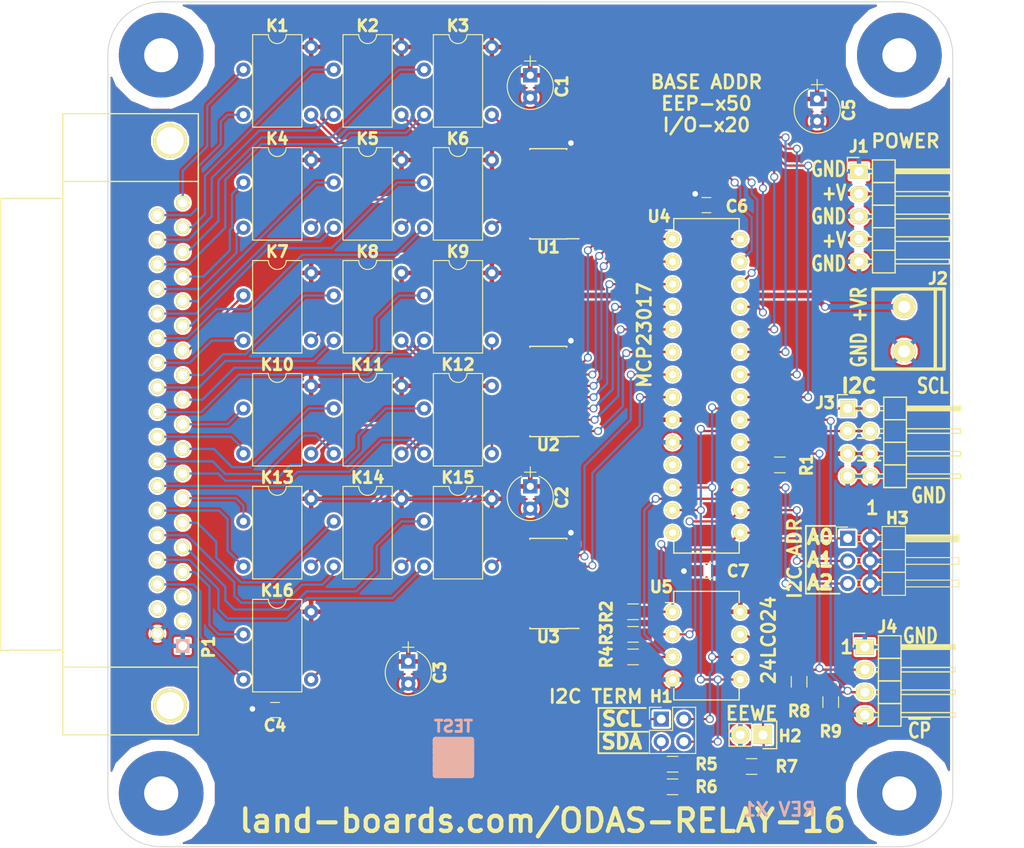
<source format=kicad_pcb>
(kicad_pcb (version 4) (host pcbnew "(after 2015-mar-04 BZR unknown)-product")
  (title_block (title "8-Channel Opto-Isolated Output I2C") (rev X1) (company land-boards.com))
  (layers (0 F.Cu signal) (31 B.Cu signal) (36 B.SilkS user) (37 F.SilkS user) (38 B.Mask user) (39 F.Mask user) (44 Edge.Cuts user))
  (net 0 "")
  (net 1 /A1)
  (net 2 /A2)
  (net 3 /SCL)
  (net 4 /SDA)
  (net 5 /VCC)
  (net 6 GND)
  (net 7 /RST)
  (net 8 /INT0)
  (net 9 /INT1)
  (net 10 /A0)
  (net 11 /WE)
  (net 12 "Net-(U1-Pad1)")
  (net 13 "Net-(U1-Pad2)")
  (net 14 "Net-(U1-Pad3)")
  (net 15 "Net-(U1-Pad4)")
  (net 16 "Net-(U1-Pad5)")
  (net 17 "Net-(U1-Pad6)")
  (net 18 "Net-(U1-Pad7)")
  (net 19 "Net-(K1-Pad2)")
  (net 20 "Net-(K1-Pad4)")
  (net 21 "Net-(K2-Pad2)")
  (net 22 "Net-(K2-Pad4)")
  (net 23 "Net-(K3-Pad2)")
  (net 24 "Net-(K3-Pad4)")
  (net 25 "Net-(K4-Pad2)")
  (net 26 "Net-(K4-Pad4)")
  (net 27 "Net-(K5-Pad2)")
  (net 28 "Net-(K5-Pad4)")
  (net 29 "Net-(K6-Pad2)")
  (net 30 "Net-(K6-Pad4)")
  (net 31 "Net-(K7-Pad2)")
  (net 32 "Net-(K7-Pad4)")
  (net 33 "Net-(K8-Pad2)")
  (net 34 "Net-(K8-Pad4)")
  (net 35 "Net-(K9-Pad2)")
  (net 36 "Net-(K9-Pad4)")
  (net 37 "Net-(K10-Pad2)")
  (net 38 "Net-(K10-Pad4)")
  (net 39 "Net-(K11-Pad2)")
  (net 40 "Net-(K11-Pad4)")
  (net 41 "Net-(K12-Pad2)")
  (net 42 "Net-(K12-Pad4)")
  (net 43 "Net-(K13-Pad2)")
  (net 44 "Net-(K13-Pad4)")
  (net 45 "Net-(K14-Pad2)")
  (net 46 "Net-(K14-Pad4)")
  (net 47 "Net-(K15-Pad2)")
  (net 48 "Net-(K15-Pad4)")
  (net 49 "Net-(K16-Pad2)")
  (net 50 "Net-(K16-Pad4)")
  (net 51 /VRELAY)
  (net 52 "Net-(U2-Pad1)")
  (net 53 "Net-(U2-Pad2)")
  (net 54 "Net-(U2-Pad3)")
  (net 55 "Net-(U2-Pad4)")
  (net 56 "Net-(U2-Pad5)")
  (net 57 "Net-(U2-Pad6)")
  (net 58 "Net-(U2-Pad7)")
  (net 59 "Net-(U3-Pad6)")
  (net 60 "Net-(U3-Pad7)")
  (net 61 /RK1)
  (net 62 /RK2)
  (net 63 /RK3)
  (net 64 /RK4)
  (net 65 /RK5)
  (net 66 /RK6)
  (net 67 /RK7)
  (net 68 /RK8)
  (net 69 /RK9)
  (net 70 /RK10)
  (net 71 /RK11)
  (net 72 /RK12)
  (net 73 /RK13)
  (net 74 /RK14)
  (net 75 /RK15)
  (net 76 /RK16)
  (net 77 "Net-(H1-Pad1)")
  (net 78 "Net-(H1-Pad3)")
  (module MTG-6-32 (layer F.Cu) (at 6 6 180)
    (fp_text reference MTG4 hide)
    (fp_text value MTG_HOLE hide)
    (pad 1 thru_hole circle (at 0 0 180) (size 9.525 9.525) (drill 3.8354) (layers *.Cu *.Mask) (clearance 1.27))
  )
  (module MTG-6-32 (layer F.Cu) (at 89 6 180)
    (fp_text reference MTG3 hide)
    (fp_text value MTG_HOLE hide)
    (pad 1 thru_hole circle (at 0 0 180) (size 9.525 9.525) (drill 3.8354) (layers *.Cu *.Mask) (clearance 1.27))
  )
  (module MTG-6-32 (layer F.Cu) (at 6 89 180)
    (fp_text reference MTG2 hide)
    (fp_text value MTG_HOLE hide)
    (pad 1 thru_hole circle (at 0 0 180) (size 9.525 9.525) (drill 3.8354) (layers *.Cu *.Mask) (clearance 1.27))
  )
  (module MTG-6-32 (layer F.Cu) (at 89 89 180)
    (fp_text reference MTG1 hide)
    (fp_text value MTG_HOLE hide)
    (pad 1 thru_hole circle (at 0 0 180) (size 9.525 9.525) (drill 3.8354) (layers *.Cu *.Mask) (clearance 1.27))
  )
  (module Pin_Headers:Pin_Header_Straight_1x02 (layer F.Cu) (at 73.66 82.423 270)
    (fp_text reference H2 (at 0.127 -3.048 360) (layer F.SilkS) (effects (font (size 1.27 1.27) (thickness 0.3175))))
    (fp_text value CONN_01X02 hide)
    (pad 1 thru_hole rect (at 0 0 270) (size 2.032 2.032) (drill 1.016) (layers *.Cu *.Mask F.SilkS) (net 11 /WE))
    (pad 2 thru_hole oval (at 0 2.54 270) (size 2.032 2.032) (drill 1.016) (layers *.Cu *.Mask F.SilkS) (net 6 GND))
  )
  (module Connect:DB37FC (layer F.Cu) (at 7 47.5 90)
    (fp_text reference P1 (at -25.05 4.336 90) (layer F.SilkS) (effects (font (size 1.27 1.27) (thickness 0.3175))))
    (fp_text value DB37 hide)
    (pad 1 thru_hole rect (at -24.9174 1.4224 270) (size 1.524 1.524) (drill 1.016) (layers *.Cu *.SilkS *.Mask) (net 6 GND))
    (pad 2 thru_hole circle (at -22.1488 1.4224 270) (size 1.524 1.524) (drill 1.016) (layers *.Cu *.Mask F.SilkS))
    (pad 3 thru_hole circle (at -19.3802 1.4224 270) (size 1.524 1.524) (drill 1.016) (layers *.Cu *.Mask F.SilkS))
    (pad 4 thru_hole circle (at -16.6116 1.4224 270) (size 1.524 1.524) (drill 1.016) (layers *.Cu *.Mask F.SilkS) (net 49 "Net-(K16-Pad2)"))
    (pad 5 thru_hole circle (at -13.843 1.4224 270) (size 1.524 1.524) (drill 1.016) (layers *.Cu *.Mask F.SilkS) (net 47 "Net-(K15-Pad2)"))
    (pad 6 thru_hole circle (at -11.0744 1.4224 270) (size 1.524 1.524) (drill 1.016) (layers *.Cu *.Mask F.SilkS) (net 45 "Net-(K14-Pad2)"))
    (pad 7 thru_hole circle (at -8.3058 1.4224 270) (size 1.524 1.524) (drill 1.016) (layers *.Cu *.Mask F.SilkS) (net 43 "Net-(K13-Pad2)"))
    (pad 8 thru_hole circle (at -5.5372 1.4224 270) (size 1.524 1.524) (drill 1.016) (layers *.Cu *.Mask F.SilkS) (net 41 "Net-(K12-Pad2)"))
    (pad 9 thru_hole circle (at -2.7686 1.4224 270) (size 1.524 1.524) (drill 1.016) (layers *.Cu *.Mask F.SilkS) (net 39 "Net-(K11-Pad2)"))
    (pad ? thru_hole circle (at -31.623 0 270) (size 3.81 3.81) (drill 3.048) (layers *.Cu *.Mask F.SilkS))
    (pad ? thru_hole circle (at 31.877 0 270) (size 3.81 3.81) (drill 3.048) (layers *.Cu *.Mask F.SilkS))
    (pad 10 thru_hole circle (at 0 1.4224 270) (size 1.524 1.524) (drill 1.016) (layers *.Cu *.Mask F.SilkS) (net 37 "Net-(K10-Pad2)"))
    (pad 11 thru_hole circle (at 2.7686 1.4224 270) (size 1.524 1.524) (drill 1.016) (layers *.Cu *.Mask F.SilkS) (net 35 "Net-(K9-Pad2)"))
    (pad 12 thru_hole circle (at 5.5372 1.4224 270) (size 1.524 1.524) (drill 1.016) (layers *.Cu *.Mask F.SilkS) (net 33 "Net-(K8-Pad2)"))
    (pad 13 thru_hole circle (at 8.3058 1.4224 270) (size 1.524 1.524) (drill 1.016) (layers *.Cu *.Mask F.SilkS) (net 31 "Net-(K7-Pad2)"))
    (pad 14 thru_hole circle (at 11.0744 1.4224 270) (size 1.524 1.524) (drill 1.016) (layers *.Cu *.Mask F.SilkS) (net 29 "Net-(K6-Pad2)"))
    (pad 15 thru_hole circle (at 13.843 1.4224 270) (size 1.524 1.524) (drill 1.016) (layers *.Cu *.Mask F.SilkS) (net 27 "Net-(K5-Pad2)"))
    (pad 16 thru_hole circle (at 16.6116 1.4224 270) (size 1.524 1.524) (drill 1.016) (layers *.Cu *.Mask F.SilkS) (net 25 "Net-(K4-Pad2)"))
    (pad 17 thru_hole circle (at 19.3802 1.4224 270) (size 1.524 1.524) (drill 1.016) (layers *.Cu *.Mask F.SilkS) (net 23 "Net-(K3-Pad2)"))
    (pad 18 thru_hole circle (at 22.1488 1.4224 270) (size 1.524 1.524) (drill 1.016) (layers *.Cu *.Mask F.SilkS) (net 21 "Net-(K2-Pad2)"))
    (pad 19 thru_hole circle (at 24.9174 1.4224 270) (size 1.524 1.524) (drill 1.016) (layers *.Cu *.Mask F.SilkS) (net 19 "Net-(K1-Pad2)"))
    (pad 20 thru_hole circle (at -23.5458 -1.4224 270) (size 1.524 1.524) (drill 1.016) (layers *.Cu *.Mask F.SilkS) (net 6 GND))
    (pad 21 thru_hole circle (at -20.7772 -1.4224 270) (size 1.524 1.524) (drill 1.016) (layers *.Cu *.Mask F.SilkS))
    (pad 22 thru_hole circle (at -18.0086 -1.4224 270) (size 1.524 1.524) (drill 1.016) (layers *.Cu *.Mask F.SilkS) (net 50 "Net-(K16-Pad4)"))
    (pad 23 thru_hole circle (at -15.24 -1.4224 270) (size 1.524 1.524) (drill 1.016) (layers *.Cu *.Mask F.SilkS) (net 48 "Net-(K15-Pad4)"))
    (pad 24 thru_hole circle (at -12.4714 -1.4224 270) (size 1.524 1.524) (drill 1.016) (layers *.Cu *.Mask F.SilkS) (net 46 "Net-(K14-Pad4)"))
    (pad 25 thru_hole circle (at -9.7028 -1.4224 270) (size 1.524 1.524) (drill 1.016) (layers *.Cu *.Mask F.SilkS) (net 44 "Net-(K13-Pad4)"))
    (pad 26 thru_hole circle (at -6.9342 -1.4224 270) (size 1.524 1.524) (drill 1.016) (layers *.Cu *.Mask F.SilkS) (net 42 "Net-(K12-Pad4)"))
    (pad 27 thru_hole circle (at -4.1656 -1.4224 270) (size 1.524 1.524) (drill 1.016) (layers *.Cu *.Mask F.SilkS) (net 40 "Net-(K11-Pad4)"))
    (pad 28 thru_hole circle (at -1.397 -1.4224 270) (size 1.524 1.524) (drill 1.016) (layers *.Cu *.Mask F.SilkS) (net 38 "Net-(K10-Pad4)"))
    (pad 29 thru_hole circle (at 1.3716 -1.4224 270) (size 1.524 1.524) (drill 1.016) (layers *.Cu *.Mask F.SilkS) (net 36 "Net-(K9-Pad4)"))
    (pad 30 thru_hole circle (at 4.1402 -1.4224 270) (size 1.524 1.524) (drill 1.016) (layers *.Cu *.Mask F.SilkS) (net 34 "Net-(K8-Pad4)"))
    (pad 31 thru_hole circle (at 6.9088 -1.4224 270) (size 1.524 1.524) (drill 1.016) (layers *.Cu *.Mask F.SilkS) (net 32 "Net-(K7-Pad4)"))
    (pad 32 thru_hole circle (at 9.6774 -1.4224 270) (size 1.524 1.524) (drill 1.016) (layers *.Cu *.Mask F.SilkS) (net 30 "Net-(K6-Pad4)"))
    (pad 33 thru_hole circle (at 12.446 -1.4224 270) (size 1.524 1.524) (drill 1.016) (layers *.Cu *.Mask F.SilkS) (net 28 "Net-(K5-Pad4)"))
    (pad 34 thru_hole circle (at 15.2146 -1.4224 270) (size 1.524 1.524) (drill 1.016) (layers *.Cu *.Mask F.SilkS) (net 26 "Net-(K4-Pad4)"))
    (pad 35 thru_hole circle (at 17.9832 -1.4224 270) (size 1.524 1.524) (drill 1.016) (layers *.Cu *.Mask F.SilkS) (net 24 "Net-(K3-Pad4)"))
    (pad 36 thru_hole circle (at 20.7518 -1.4224 270) (size 1.524 1.524) (drill 1.016) (layers *.Cu *.Mask F.SilkS) (net 22 "Net-(K2-Pad4)"))
    (pad 37 thru_hole circle (at 23.5204 -1.4224 270) (size 1.524 1.524) (drill 1.016) (layers *.Cu *.Mask F.SilkS) (net 20 "Net-(K1-Pad4)"))
  )
  (module Housings_DIP:DIP-28_W7.62mm (layer F.Cu) (at 63.5 26.67)
    (fp_text reference U4 (at -1.524 -2.54) (layer F.SilkS) (effects (font (size 1.27 1.27) (thickness 0.3175))))
    (fp_text value MCP23017P hide)
    (pad 1 thru_hole oval (at 0 0) (size 1.6 1.6) (drill 0.8) (layers *.Cu *.Mask F.SilkS) (net 58 "Net-(U2-Pad7)"))
    (pad 2 thru_hole oval (at 0 2.54) (size 1.6 1.6) (drill 0.8) (layers *.Cu *.Mask F.SilkS) (net 56 "Net-(U2-Pad5)"))
    (pad 3 thru_hole oval (at 0 5.08) (size 1.6 1.6) (drill 0.8) (layers *.Cu *.Mask F.SilkS) (net 55 "Net-(U2-Pad4)"))
    (pad 4 thru_hole oval (at 0 7.62) (size 1.6 1.6) (drill 0.8) (layers *.Cu *.Mask F.SilkS) (net 54 "Net-(U2-Pad3)"))
    (pad 5 thru_hole oval (at 0 10.16) (size 1.6 1.6) (drill 0.8) (layers *.Cu *.Mask F.SilkS) (net 53 "Net-(U2-Pad2)"))
    (pad 6 thru_hole oval (at 0 12.7) (size 1.6 1.6) (drill 0.8) (layers *.Cu *.Mask F.SilkS) (net 52 "Net-(U2-Pad1)"))
    (pad 7 thru_hole oval (at 0 15.24) (size 1.6 1.6) (drill 0.8) (layers *.Cu *.Mask F.SilkS) (net 60 "Net-(U3-Pad7)"))
    (pad 8 thru_hole oval (at 0 17.78) (size 1.6 1.6) (drill 0.8) (layers *.Cu *.Mask F.SilkS) (net 59 "Net-(U3-Pad6)"))
    (pad 9 thru_hole oval (at 0 20.32) (size 1.6 1.6) (drill 0.8) (layers *.Cu *.Mask F.SilkS) (net 5 /VCC))
    (pad 10 thru_hole oval (at 0 22.86) (size 1.6 1.6) (drill 0.8) (layers *.Cu *.Mask F.SilkS) (net 6 GND))
    (pad 11 thru_hole oval (at 0 25.4) (size 1.6 1.6) (drill 0.8) (layers *.Cu *.Mask F.SilkS))
    (pad 12 thru_hole oval (at 0 27.94) (size 1.6 1.6) (drill 0.8) (layers *.Cu *.Mask F.SilkS) (net 3 /SCL))
    (pad 13 thru_hole oval (at 0 30.48) (size 1.6 1.6) (drill 0.8) (layers *.Cu *.Mask F.SilkS) (net 4 /SDA))
    (pad 14 thru_hole oval (at 0 33.02) (size 1.6 1.6) (drill 0.8) (layers *.Cu *.Mask F.SilkS))
    (pad 15 thru_hole oval (at 7.62 33.02) (size 1.6 1.6) (drill 0.8) (layers *.Cu *.Mask F.SilkS) (net 10 /A0))
    (pad 16 thru_hole oval (at 7.62 30.48) (size 1.6 1.6) (drill 0.8) (layers *.Cu *.Mask F.SilkS) (net 1 /A1))
    (pad 17 thru_hole oval (at 7.62 27.94) (size 1.6 1.6) (drill 0.8) (layers *.Cu *.Mask F.SilkS) (net 2 /A2))
    (pad 18 thru_hole oval (at 7.62 25.4) (size 1.6 1.6) (drill 0.8) (layers *.Cu *.Mask F.SilkS) (net 7 /RST))
    (pad 19 thru_hole oval (at 7.62 22.86) (size 1.6 1.6) (drill 0.8) (layers *.Cu *.Mask F.SilkS) (net 9 /INT1))
    (pad 20 thru_hole oval (at 7.62 20.32) (size 1.6 1.6) (drill 0.8) (layers *.Cu *.Mask F.SilkS) (net 8 /INT0))
    (pad 21 thru_hole oval (at 7.62 17.78) (size 1.6 1.6) (drill 0.8) (layers *.Cu *.Mask F.SilkS) (net 16 "Net-(U1-Pad5)"))
    (pad 22 thru_hole oval (at 7.62 15.24) (size 1.6 1.6) (drill 0.8) (layers *.Cu *.Mask F.SilkS) (net 17 "Net-(U1-Pad6)"))
    (pad 23 thru_hole oval (at 7.62 12.7) (size 1.6 1.6) (drill 0.8) (layers *.Cu *.Mask F.SilkS) (net 18 "Net-(U1-Pad7)"))
    (pad 24 thru_hole oval (at 7.62 10.16) (size 1.6 1.6) (drill 0.8) (layers *.Cu *.Mask F.SilkS) (net 15 "Net-(U1-Pad4)"))
    (pad 25 thru_hole oval (at 7.62 7.62) (size 1.6 1.6) (drill 0.8) (layers *.Cu *.Mask F.SilkS) (net 14 "Net-(U1-Pad3)"))
    (pad 26 thru_hole oval (at 7.62 5.08) (size 1.6 1.6) (drill 0.8) (layers *.Cu *.Mask F.SilkS) (net 13 "Net-(U1-Pad2)"))
    (pad 27 thru_hole oval (at 7.62 2.54) (size 1.6 1.6) (drill 0.8) (layers *.Cu *.Mask F.SilkS) (net 12 "Net-(U1-Pad1)"))
    (pad 28 thru_hole oval (at 7.62 0) (size 1.6 1.6) (drill 0.8) (layers *.Cu *.Mask F.SilkS) (net 57 "Net-(U2-Pad6)"))
  )
  (module Housings_DIP:DIP-8_W7.62mm (layer F.Cu) (at 63.5 68.58)
    (fp_text reference U5 (at -1.27 -2.794) (layer F.SilkS) (effects (font (size 1.27 1.27) (thickness 0.3175))))
    (fp_text value 24C01 hide)
    (pad 1 thru_hole oval (at 0 0) (size 1.6 1.6) (drill 0.8) (layers *.Cu *.Mask F.SilkS) (net 10 /A0))
    (pad 2 thru_hole oval (at 0 2.54) (size 1.6 1.6) (drill 0.8) (layers *.Cu *.Mask F.SilkS) (net 1 /A1))
    (pad 3 thru_hole oval (at 0 5.08) (size 1.6 1.6) (drill 0.8) (layers *.Cu *.Mask F.SilkS) (net 2 /A2))
    (pad 4 thru_hole oval (at 0 7.62) (size 1.6 1.6) (drill 0.8) (layers *.Cu *.Mask F.SilkS) (net 6 GND))
    (pad 5 thru_hole oval (at 7.62 7.62) (size 1.6 1.6) (drill 0.8) (layers *.Cu *.Mask F.SilkS) (net 4 /SDA))
    (pad 6 thru_hole oval (at 7.62 5.08) (size 1.6 1.6) (drill 0.8) (layers *.Cu *.Mask F.SilkS) (net 3 /SCL))
    (pad 7 thru_hole oval (at 7.62 2.54) (size 1.6 1.6) (drill 0.8) (layers *.Cu *.Mask F.SilkS) (net 11 /WE))
    (pad 8 thru_hole oval (at 7.62 0) (size 1.6 1.6) (drill 0.8) (layers *.Cu *.Mask F.SilkS) (net 5 /VCC))
  )
  (module Pin_Headers:Pin_Header_Angled_2x04 (layer F.Cu) (at 83.185 45.72)
    (fp_text reference J3 (at -2.54 -0.635) (layer F.SilkS) (effects (font (size 1.27 1.27) (thickness 0.3175))))
    (fp_text value CONN_02X04 hide)
    (pad 1 thru_hole rect (at 0 0) (size 1.7272 1.7272) (drill 1.016) (layers *.Cu *.Mask F.SilkS) (net 3 /SCL))
    (pad 2 thru_hole oval (at 2.54 0) (size 1.7272 1.7272) (drill 1.016) (layers *.Cu *.Mask F.SilkS) (net 3 /SCL))
    (pad 3 thru_hole oval (at 0 2.54) (size 1.7272 1.7272) (drill 1.016) (layers *.Cu *.Mask F.SilkS) (net 4 /SDA))
    (pad 4 thru_hole oval (at 2.54 2.54) (size 1.7272 1.7272) (drill 1.016) (layers *.Cu *.Mask F.SilkS) (net 4 /SDA))
    (pad 5 thru_hole oval (at 0 5.08) (size 1.7272 1.7272) (drill 1.016) (layers *.Cu *.Mask F.SilkS) (net 5 /VCC))
    (pad 6 thru_hole oval (at 2.54 5.08) (size 1.7272 1.7272) (drill 1.016) (layers *.Cu *.Mask F.SilkS) (net 5 /VCC))
    (pad 7 thru_hole oval (at 0 7.62) (size 1.7272 1.7272) (drill 1.016) (layers *.Cu *.Mask F.SilkS) (net 6 GND))
    (pad 8 thru_hole oval (at 2.54 7.62) (size 1.7272 1.7272) (drill 1.016) (layers *.Cu *.Mask F.SilkS) (net 6 GND))
  )
  (module Pin_Headers:Pin_Header_Angled_1x05 (layer F.Cu) (at 84.455 19.05)
    (fp_text reference J1 (at 0 -2.794) (layer F.SilkS) (effects (font (size 1.27 1.27) (thickness 0.3175))))
    (fp_text value CONN_01X05 hide)
    (pad 1 thru_hole rect (at 0 0) (size 2.032 1.7272) (drill 1.016) (layers *.Cu *.Mask F.SilkS) (net 6 GND))
    (pad 2 thru_hole oval (at 0 2.54) (size 2.032 1.7272) (drill 1.016) (layers *.Cu *.Mask F.SilkS) (net 5 /VCC))
    (pad 3 thru_hole oval (at 0 5.08) (size 2.032 1.7272) (drill 1.016) (layers *.Cu *.Mask F.SilkS) (net 6 GND))
    (pad 4 thru_hole oval (at 0 7.62) (size 2.032 1.7272) (drill 1.016) (layers *.Cu *.Mask F.SilkS) (net 5 /VCC))
    (pad 5 thru_hole oval (at 0 10.16) (size 2.032 1.7272) (drill 1.016) (layers *.Cu *.Mask F.SilkS) (net 6 GND))
  )
  (module Pin_Headers:Pin_Header_Angled_1x04 (layer F.Cu) (at 85.118 72.55)
    (fp_text reference J4 (at 2.54 -2.286) (layer F.SilkS) (effects (font (size 1.27 1.27) (thickness 0.3175))))
    (fp_text value CONN_01X04 hide)
    (pad 1 thru_hole rect (at 0 0) (size 2.032 1.7272) (drill 1.016) (layers *.Cu *.Mask F.SilkS) (net 6 GND))
    (pad 2 thru_hole oval (at 0 2.54) (size 2.032 1.7272) (drill 1.016) (layers *.Cu *.Mask F.SilkS) (net 9 /INT1))
    (pad 3 thru_hole oval (at 0 5.08) (size 2.032 1.7272) (drill 1.016) (layers *.Cu *.Mask F.SilkS) (net 8 /INT0))
    (pad 4 thru_hole oval (at 0 7.62) (size 2.032 1.7272) (drill 1.016) (layers *.Cu *.Mask F.SilkS) (net 6 GND))
  )
  (module Pin_Headers:Pin_Header_Angled_2x03_Pitch2.54mm (layer F.Cu) (at 83.185 60.325)
    (fp_text reference H3 (at 5.585 -2.27) (layer F.SilkS) (effects (font (size 1.27 1.27) (thickness 0.3175))))
    (fp_text value CONN_02X03 hide)
    (pad 1 thru_hole rect (at 0 0) (size 1.7 1.7) (drill 1) (layers *.Cu *.Mask) (net 10 /A0))
    (pad 2 thru_hole oval (at 2.54 0) (size 1.7 1.7) (drill 1) (layers *.Cu *.Mask) (net 6 GND))
    (pad 3 thru_hole oval (at 0 2.54) (size 1.7 1.7) (drill 1) (layers *.Cu *.Mask) (net 1 /A1))
    (pad 4 thru_hole oval (at 2.54 2.54) (size 1.7 1.7) (drill 1) (layers *.Cu *.Mask) (net 6 GND))
    (pad 5 thru_hole oval (at 0 5.08) (size 1.7 1.7) (drill 1) (layers *.Cu *.Mask) (net 2 /A2))
    (pad 6 thru_hole oval (at 2.54 5.08) (size 1.7 1.7) (drill 1) (layers *.Cu *.Mask) (net 6 GND))
  )
  (module Pin_Headers:Pin_Header_Straight_2x02_Pitch2.54mm (layer F.Cu) (at 62.23 80.645)
    (fp_text reference H1 (at 0 -2.54) (layer F.SilkS) (effects (font (size 1.27 1.27) (thickness 0.3175))))
    (fp_text value CONN_02X02 hide)
    (pad 1 thru_hole rect (at 0 0) (size 1.7 1.7) (drill 1) (layers *.Cu *.Mask) (net 77 "Net-(H1-Pad1)"))
    (pad 2 thru_hole oval (at 2.54 0) (size 1.7 1.7) (drill 1) (layers *.Cu *.Mask) (net 3 /SCL))
    (pad 3 thru_hole oval (at 0 2.54) (size 1.7 1.7) (drill 1) (layers *.Cu *.Mask) (net 78 "Net-(H1-Pad3)"))
    (pad 4 thru_hole oval (at 2.54 2.54) (size 1.7 1.7) (drill 1) (layers *.Cu *.Mask) (net 4 /SDA))
  )
  (module Resistors_SMD:R_0805_HandSoldering (layer F.Cu) (at 59.055 68.58 180)
    (fp_text reference R2 (at 3 0 270) (layer F.SilkS) (effects (font (size 1.27 1.27) (thickness 0.3175))))
    (fp_text value 10K hide)
    (pad 1 smd rect (at -1.35 0 180) (size 1.5 1.3) (layers F.Cu F.Mask) (net 10 /A0))
    (pad 2 smd rect (at 1.35 0 180) (size 1.5 1.3) (layers F.Cu F.Mask) (net 5 /VCC))
  )
  (module Capacitors_SMD:C_0805_HandSoldering (layer F.Cu) (at 67.46 63.96 180)
    (fp_text reference C7 (at -3.406 -0.048 180) (layer F.SilkS) (effects (font (size 1.27 1.27) (thickness 0.3175))))
    (fp_text value 0.1uF hide)
    (pad 1 smd rect (at -1.25 0 180) (size 1.5 1.25) (layers F.Cu F.Mask) (net 5 /VCC))
    (pad 2 smd rect (at 1.25 0 180) (size 1.5 1.25) (layers F.Cu F.Mask) (net 6 GND))
  )
  (module Capacitors_SMD:C_0805_HandSoldering (layer F.Cu) (at 67.31 22.86 180)
    (fp_text reference C6 (at -3.429 -0.127 180) (layer F.SilkS) (effects (font (size 1.27 1.27) (thickness 0.3175))))
    (fp_text value 0.1uF hide)
    (pad 1 smd rect (at -1.25 0 180) (size 1.5 1.25) (layers F.Cu F.Mask) (net 5 /VCC))
    (pad 2 smd rect (at 1.25 0 180) (size 1.5 1.25) (layers F.Cu F.Mask) (net 6 GND))
  )
  (module Resistors_SMD:R_0805_HandSoldering (layer F.Cu) (at 59.055 73.66 180)
    (fp_text reference R4 (at 3 0 270) (layer F.SilkS) (effects (font (size 1.27 1.27) (thickness 0.3175))))
    (fp_text value 10K hide)
    (pad 1 smd rect (at -1.35 0 180) (size 1.5 1.3) (layers F.Cu F.Mask) (net 2 /A2))
    (pad 2 smd rect (at 1.35 0 180) (size 1.5 1.3) (layers F.Cu F.Mask) (net 5 /VCC))
  )
  (module Resistors_SMD:R_0805_HandSoldering (layer F.Cu) (at 59.055 71.12 180)
    (fp_text reference R3 (at 3 0 270) (layer F.SilkS) (effects (font (size 1.27 1.27) (thickness 0.3175))))
    (fp_text value 10K hide)
    (pad 1 smd rect (at -1.35 0 180) (size 1.5 1.3) (layers F.Cu F.Mask) (net 1 /A1))
    (pad 2 smd rect (at 1.35 0 180) (size 1.5 1.3) (layers F.Cu F.Mask) (net 5 /VCC))
  )
  (module Resistors_SMD:R_0805_HandSoldering (layer F.Cu) (at 75.565 52.07)
    (fp_text reference R1 (at 3 0 90) (layer F.SilkS) (effects (font (size 1.27 1.27) (thickness 0.3175))))
    (fp_text value 10K hide)
    (pad 1 smd rect (at -1.35 0) (size 1.5 1.3) (layers F.Cu F.Mask) (net 7 /RST))
    (pad 2 smd rect (at 1.35 0) (size 1.5 1.3) (layers F.Cu F.Mask) (net 5 /VCC))
  )
  (module Resistors_SMD:R_0805_HandSoldering (layer F.Cu) (at 72.39 85.979)
    (fp_text reference R7 (at 3.937 0) (layer F.SilkS) (effects (font (size 1.27 1.27) (thickness 0.3175))))
    (fp_text value 1K hide)
    (pad 1 smd rect (at -1.35 0) (size 1.5 1.3) (layers F.Cu F.Mask) (net 5 /VCC))
    (pad 2 smd rect (at 1.35 0) (size 1.5 1.3) (layers F.Cu F.Mask) (net 11 /WE))
  )
  (module Resistors_SMD:R_0805_HandSoldering (layer F.Cu) (at 77.724 76.454 270)
    (fp_text reference R8 (at 3.302 0 360) (layer F.SilkS) (effects (font (size 1.27 1.27) (thickness 0.3175))))
    (fp_text value 10K hide)
    (pad 1 smd rect (at -1.35 0 270) (size 1.5 1.3) (layers F.Cu F.Mask) (net 9 /INT1))
    (pad 2 smd rect (at 1.35 0 270) (size 1.5 1.3) (layers F.Cu F.Mask) (net 5 /VCC))
  )
  (module Resistors_SMD:R_0805_HandSoldering (layer F.Cu) (at 81.28 78.74 270)
    (fp_text reference R9 (at 3.302 0 360) (layer F.SilkS) (effects (font (size 1.27 1.27) (thickness 0.3175))))
    (fp_text value 10K hide)
    (pad 1 smd rect (at -1.35 0 270) (size 1.5 1.3) (layers F.Cu F.Mask) (net 8 /INT0))
    (pad 2 smd rect (at 1.35 0 270) (size 1.5 1.3) (layers F.Cu F.Mask) (net 5 /VCC))
  )
  (module Housings_SOIC:SOIC-16_3.9x9.9mm_Pitch1.27mm (layer F.Cu) (at 49.53 21.59 180)
    (fp_text reference U1 (at 0 -6 180) (layer F.SilkS) (effects (font (size 1.27 1.27) (thickness 0.3175))))
    (fp_text value ULN2003A hide)
    (pad 1 smd rect (at -2.7 -4.445 180) (size 1.5 0.6) (layers F.Cu F.Mask) (net 12 "Net-(U1-Pad1)"))
    (pad 2 smd rect (at -2.7 -3.175 180) (size 1.5 0.6) (layers F.Cu F.Mask) (net 13 "Net-(U1-Pad2)"))
    (pad 3 smd rect (at -2.7 -1.905 180) (size 1.5 0.6) (layers F.Cu F.Mask) (net 14 "Net-(U1-Pad3)"))
    (pad 4 smd rect (at -2.7 -0.635 180) (size 1.5 0.6) (layers F.Cu F.Mask) (net 15 "Net-(U1-Pad4)"))
    (pad 5 smd rect (at -2.7 0.635 180) (size 1.5 0.6) (layers F.Cu F.Mask) (net 16 "Net-(U1-Pad5)"))
    (pad 6 smd rect (at -2.7 1.905 180) (size 1.5 0.6) (layers F.Cu F.Mask) (net 17 "Net-(U1-Pad6)"))
    (pad 7 smd rect (at -2.7 3.175 180) (size 1.5 0.6) (layers F.Cu F.Mask) (net 18 "Net-(U1-Pad7)"))
    (pad 8 smd rect (at -2.7 4.445 180) (size 1.5 0.6) (layers F.Cu F.Mask) (net 6 GND))
    (pad 9 smd rect (at 2.7 4.445 180) (size 1.5 0.6) (layers F.Cu F.Mask) (net 51 /VRELAY))
    (pad 10 smd rect (at 2.7 3.175 180) (size 1.5 0.6) (layers F.Cu F.Mask) (net 63 /RK3))
    (pad 11 smd rect (at 2.7 1.905 180) (size 1.5 0.6) (layers F.Cu F.Mask) (net 62 /RK2))
    (pad 12 smd rect (at 2.7 0.635 180) (size 1.5 0.6) (layers F.Cu F.Mask) (net 61 /RK1))
    (pad 13 smd rect (at 2.7 -0.635 180) (size 1.5 0.6) (layers F.Cu F.Mask) (net 64 /RK4))
    (pad 14 smd rect (at 2.7 -1.905 180) (size 1.5 0.6) (layers F.Cu F.Mask) (net 65 /RK5))
    (pad 15 smd rect (at 2.7 -3.175 180) (size 1.5 0.6) (layers F.Cu F.Mask) (net 66 /RK6))
    (pad 16 smd rect (at 2.7 -4.445 180) (size 1.5 0.6) (layers F.Cu F.Mask) (net 67 /RK7))
  )
  (module Housings_SOIC:SOIC-16_3.9x9.9mm_Pitch1.27mm (layer F.Cu) (at 49.53 43.815 180)
    (fp_text reference U2 (at 0 -6 180) (layer F.SilkS) (effects (font (size 1.27 1.27) (thickness 0.3175))))
    (fp_text value ULN2003A hide)
    (pad 1 smd rect (at -2.7 -4.445 180) (size 1.5 0.6) (layers F.Cu F.Mask) (net 52 "Net-(U2-Pad1)"))
    (pad 2 smd rect (at -2.7 -3.175 180) (size 1.5 0.6) (layers F.Cu F.Mask) (net 53 "Net-(U2-Pad2)"))
    (pad 3 smd rect (at -2.7 -1.905 180) (size 1.5 0.6) (layers F.Cu F.Mask) (net 54 "Net-(U2-Pad3)"))
    (pad 4 smd rect (at -2.7 -0.635 180) (size 1.5 0.6) (layers F.Cu F.Mask) (net 55 "Net-(U2-Pad4)"))
    (pad 5 smd rect (at -2.7 0.635 180) (size 1.5 0.6) (layers F.Cu F.Mask) (net 56 "Net-(U2-Pad5)"))
    (pad 6 smd rect (at -2.7 1.905 180) (size 1.5 0.6) (layers F.Cu F.Mask) (net 57 "Net-(U2-Pad6)"))
    (pad 7 smd rect (at -2.7 3.175 180) (size 1.5 0.6) (layers F.Cu F.Mask) (net 58 "Net-(U2-Pad7)"))
    (pad 8 smd rect (at -2.7 4.445 180) (size 1.5 0.6) (layers F.Cu F.Mask) (net 6 GND))
    (pad 9 smd rect (at 2.7 4.445 180) (size 1.5 0.6) (layers F.Cu F.Mask) (net 51 /VRELAY))
    (pad 10 smd rect (at 2.7 3.175 180) (size 1.5 0.6) (layers F.Cu F.Mask) (net 69 /RK9))
    (pad 11 smd rect (at 2.7 1.905 180) (size 1.5 0.6) (layers F.Cu F.Mask) (net 68 /RK8))
    (pad 12 smd rect (at 2.7 0.635 180) (size 1.5 0.6) (layers F.Cu F.Mask) (net 70 /RK10))
    (pad 13 smd rect (at 2.7 -0.635 180) (size 1.5 0.6) (layers F.Cu F.Mask) (net 71 /RK11))
    (pad 14 smd rect (at 2.7 -1.905 180) (size 1.5 0.6) (layers F.Cu F.Mask) (net 72 /RK12))
    (pad 15 smd rect (at 2.7 -3.175 180) (size 1.5 0.6) (layers F.Cu F.Mask) (net 73 /RK13))
    (pad 16 smd rect (at 2.7 -4.445 180) (size 1.5 0.6) (layers F.Cu F.Mask) (net 74 /RK14))
  )
  (module Housings_SOIC:SOIC-16_3.9x9.9mm_Pitch1.27mm (layer F.Cu) (at 49.53 65.405 180)
    (fp_text reference U3 (at 0 -6 180) (layer F.SilkS) (effects (font (size 1.27 1.27) (thickness 0.3175))))
    (fp_text value ULN2003A hide)
    (pad 1 smd rect (at -2.7 -4.445 180) (size 1.5 0.6) (layers F.Cu F.Mask))
    (pad 2 smd rect (at -2.7 -3.175 180) (size 1.5 0.6) (layers F.Cu F.Mask))
    (pad 3 smd rect (at -2.7 -1.905 180) (size 1.5 0.6) (layers F.Cu F.Mask))
    (pad 4 smd rect (at -2.7 -0.635 180) (size 1.5 0.6) (layers F.Cu F.Mask))
    (pad 5 smd rect (at -2.7 0.635 180) (size 1.5 0.6) (layers F.Cu F.Mask))
    (pad 6 smd rect (at -2.7 1.905 180) (size 1.5 0.6) (layers F.Cu F.Mask) (net 59 "Net-(U3-Pad6)"))
    (pad 7 smd rect (at -2.7 3.175 180) (size 1.5 0.6) (layers F.Cu F.Mask) (net 60 "Net-(U3-Pad7)"))
    (pad 8 smd rect (at -2.7 4.445 180) (size 1.5 0.6) (layers F.Cu F.Mask) (net 6 GND))
    (pad 9 smd rect (at 2.7 4.445 180) (size 1.5 0.6) (layers F.Cu F.Mask) (net 51 /VRELAY))
    (pad 10 smd rect (at 2.7 3.175 180) (size 1.5 0.6) (layers F.Cu F.Mask) (net 75 /RK15))
    (pad 11 smd rect (at 2.7 1.905 180) (size 1.5 0.6) (layers F.Cu F.Mask) (net 76 /RK16))
    (pad 12 smd rect (at 2.7 0.635 180) (size 1.5 0.6) (layers F.Cu F.Mask))
    (pad 13 smd rect (at 2.7 -0.635 180) (size 1.5 0.6) (layers F.Cu F.Mask))
    (pad 14 smd rect (at 2.7 -1.905 180) (size 1.5 0.6) (layers F.Cu F.Mask))
    (pad 15 smd rect (at 2.7 -3.175 180) (size 1.5 0.6) (layers F.Cu F.Mask))
    (pad 16 smd rect (at 2.7 -4.445 180) (size 1.5 0.6) (layers F.Cu F.Mask))
  )
  (module DougsNewMods:RELAY_SPST-6P (layer F.Cu) (at 15.24 5.08)
    (fp_text reference K1 (at 3.81 -2.39) (layer F.SilkS) (effects (font (size 1.27 1.27) (thickness 0.3175))))
    (fp_text value RELAY_SPST-G6L-1P_V2 hide)
    (pad 5 thru_hole oval (at 7.62 7.62) (size 1.6 1.6) (drill 0.8) (layers *.Cu *.Mask) (net 61 /RK1))
    (pad 2 thru_hole oval (at 0 2.54) (size 1.6 1.6) (drill 0.8) (layers *.Cu *.Mask) (net 19 "Net-(K1-Pad2)"))
    (pad 4 thru_hole oval (at 0 7.62) (size 1.6 1.6) (drill 0.8) (layers *.Cu *.Mask) (net 20 "Net-(K1-Pad4)"))
    (pad 8 thru_hole oval (at 7.62 0) (size 1.6 1.6) (drill 0.8) (layers *.Cu *.Mask) (net 51 /VRELAY))
  )
  (module DougsNewMods:RELAY_SPST-6P (layer F.Cu) (at 25.4 5.08)
    (fp_text reference K2 (at 3.81 -2.39) (layer F.SilkS) (effects (font (size 1.27 1.27) (thickness 0.3175))))
    (fp_text value RELAY_SPST-G6L-1P_V2 hide)
    (pad 5 thru_hole oval (at 7.62 7.62) (size 1.6 1.6) (drill 0.8) (layers *.Cu *.Mask) (net 62 /RK2))
    (pad 2 thru_hole oval (at 0 2.54) (size 1.6 1.6) (drill 0.8) (layers *.Cu *.Mask) (net 21 "Net-(K2-Pad2)"))
    (pad 4 thru_hole oval (at 0 7.62) (size 1.6 1.6) (drill 0.8) (layers *.Cu *.Mask) (net 22 "Net-(K2-Pad4)"))
    (pad 8 thru_hole oval (at 7.62 0) (size 1.6 1.6) (drill 0.8) (layers *.Cu *.Mask) (net 51 /VRELAY))
  )
  (module DougsNewMods:RELAY_SPST-6P (layer F.Cu) (at 35.56 5.08)
    (fp_text reference K3 (at 3.81 -2.39) (layer F.SilkS) (effects (font (size 1.27 1.27) (thickness 0.3175))))
    (fp_text value RELAY_SPST-G6L-1P_V2 hide)
    (pad 5 thru_hole oval (at 7.62 7.62) (size 1.6 1.6) (drill 0.8) (layers *.Cu *.Mask) (net 63 /RK3))
    (pad 2 thru_hole oval (at 0 2.54) (size 1.6 1.6) (drill 0.8) (layers *.Cu *.Mask) (net 23 "Net-(K3-Pad2)"))
    (pad 4 thru_hole oval (at 0 7.62) (size 1.6 1.6) (drill 0.8) (layers *.Cu *.Mask) (net 24 "Net-(K3-Pad4)"))
    (pad 8 thru_hole oval (at 7.62 0) (size 1.6 1.6) (drill 0.8) (layers *.Cu *.Mask) (net 51 /VRELAY))
  )
  (module DougsNewMods:RELAY_SPST-6P (layer F.Cu) (at 15.24 17.78)
    (fp_text reference K4 (at 3.81 -2.39) (layer F.SilkS) (effects (font (size 1.27 1.27) (thickness 0.3175))))
    (fp_text value RELAY_SPST-G6L-1P_V2 hide)
    (pad 5 thru_hole oval (at 7.62 7.62) (size 1.6 1.6) (drill 0.8) (layers *.Cu *.Mask) (net 64 /RK4))
    (pad 2 thru_hole oval (at 0 2.54) (size 1.6 1.6) (drill 0.8) (layers *.Cu *.Mask) (net 25 "Net-(K4-Pad2)"))
    (pad 4 thru_hole oval (at 0 7.62) (size 1.6 1.6) (drill 0.8) (layers *.Cu *.Mask) (net 26 "Net-(K4-Pad4)"))
    (pad 8 thru_hole oval (at 7.62 0) (size 1.6 1.6) (drill 0.8) (layers *.Cu *.Mask) (net 51 /VRELAY))
  )
  (module DougsNewMods:RELAY_SPST-6P (layer F.Cu) (at 25.4 17.78)
    (fp_text reference K5 (at 3.81 -2.39) (layer F.SilkS) (effects (font (size 1.27 1.27) (thickness 0.3175))))
    (fp_text value RELAY_SPST-G6L-1P_V2 hide)
    (pad 5 thru_hole oval (at 7.62 7.62) (size 1.6 1.6) (drill 0.8) (layers *.Cu *.Mask) (net 65 /RK5))
    (pad 2 thru_hole oval (at 0 2.54) (size 1.6 1.6) (drill 0.8) (layers *.Cu *.Mask) (net 27 "Net-(K5-Pad2)"))
    (pad 4 thru_hole oval (at 0 7.62) (size 1.6 1.6) (drill 0.8) (layers *.Cu *.Mask) (net 28 "Net-(K5-Pad4)"))
    (pad 8 thru_hole oval (at 7.62 0) (size 1.6 1.6) (drill 0.8) (layers *.Cu *.Mask) (net 51 /VRELAY))
  )
  (module DougsNewMods:RELAY_SPST-6P (layer F.Cu) (at 35.56 17.78)
    (fp_text reference K6 (at 3.81 -2.39) (layer F.SilkS) (effects (font (size 1.27 1.27) (thickness 0.3175))))
    (fp_text value RELAY_SPST-G6L-1P_V2 hide)
    (pad 5 thru_hole oval (at 7.62 7.62) (size 1.6 1.6) (drill 0.8) (layers *.Cu *.Mask) (net 66 /RK6))
    (pad 2 thru_hole oval (at 0 2.54) (size 1.6 1.6) (drill 0.8) (layers *.Cu *.Mask) (net 29 "Net-(K6-Pad2)"))
    (pad 4 thru_hole oval (at 0 7.62) (size 1.6 1.6) (drill 0.8) (layers *.Cu *.Mask) (net 30 "Net-(K6-Pad4)"))
    (pad 8 thru_hole oval (at 7.62 0) (size 1.6 1.6) (drill 0.8) (layers *.Cu *.Mask) (net 51 /VRELAY))
  )
  (module DougsNewMods:RELAY_SPST-6P (layer F.Cu) (at 15.24 30.48)
    (fp_text reference K7 (at 3.81 -2.39) (layer F.SilkS) (effects (font (size 1.27 1.27) (thickness 0.3175))))
    (fp_text value RELAY_SPST-G6L-1P_V2 hide)
    (pad 5 thru_hole oval (at 7.62 7.62) (size 1.6 1.6) (drill 0.8) (layers *.Cu *.Mask) (net 67 /RK7))
    (pad 2 thru_hole oval (at 0 2.54) (size 1.6 1.6) (drill 0.8) (layers *.Cu *.Mask) (net 31 "Net-(K7-Pad2)"))
    (pad 4 thru_hole oval (at 0 7.62) (size 1.6 1.6) (drill 0.8) (layers *.Cu *.Mask) (net 32 "Net-(K7-Pad4)"))
    (pad 8 thru_hole oval (at 7.62 0) (size 1.6 1.6) (drill 0.8) (layers *.Cu *.Mask) (net 51 /VRELAY))
  )
  (module DougsNewMods:RELAY_SPST-6P (layer F.Cu) (at 25.4 30.48)
    (fp_text reference K8 (at 3.81 -2.39) (layer F.SilkS) (effects (font (size 1.27 1.27) (thickness 0.3175))))
    (fp_text value RELAY_SPST-G6L-1P_V2 hide)
    (pad 5 thru_hole oval (at 7.62 7.62) (size 1.6 1.6) (drill 0.8) (layers *.Cu *.Mask) (net 68 /RK8))
    (pad 2 thru_hole oval (at 0 2.54) (size 1.6 1.6) (drill 0.8) (layers *.Cu *.Mask) (net 33 "Net-(K8-Pad2)"))
    (pad 4 thru_hole oval (at 0 7.62) (size 1.6 1.6) (drill 0.8) (layers *.Cu *.Mask) (net 34 "Net-(K8-Pad4)"))
    (pad 8 thru_hole oval (at 7.62 0) (size 1.6 1.6) (drill 0.8) (layers *.Cu *.Mask) (net 51 /VRELAY))
  )
  (module DougsNewMods:RELAY_SPST-6P (layer F.Cu) (at 35.56 30.48)
    (fp_text reference K9 (at 3.81 -2.39) (layer F.SilkS) (effects (font (size 1.27 1.27) (thickness 0.3175))))
    (fp_text value RELAY_SPST-G6L-1P_V2 hide)
    (pad 5 thru_hole oval (at 7.62 7.62) (size 1.6 1.6) (drill 0.8) (layers *.Cu *.Mask) (net 69 /RK9))
    (pad 2 thru_hole oval (at 0 2.54) (size 1.6 1.6) (drill 0.8) (layers *.Cu *.Mask) (net 35 "Net-(K9-Pad2)"))
    (pad 4 thru_hole oval (at 0 7.62) (size 1.6 1.6) (drill 0.8) (layers *.Cu *.Mask) (net 36 "Net-(K9-Pad4)"))
    (pad 8 thru_hole oval (at 7.62 0) (size 1.6 1.6) (drill 0.8) (layers *.Cu *.Mask) (net 51 /VRELAY))
  )
  (module DougsNewMods:RELAY_SPST-6P (layer F.Cu) (at 15.24 43.18)
    (fp_text reference K10 (at 3.81 -2.39) (layer F.SilkS) (effects (font (size 1.27 1.27) (thickness 0.3175))))
    (fp_text value RELAY_SPST-G6L-1P_V2 hide)
    (pad 5 thru_hole oval (at 7.62 7.62) (size 1.6 1.6) (drill 0.8) (layers *.Cu *.Mask) (net 70 /RK10))
    (pad 2 thru_hole oval (at 0 2.54) (size 1.6 1.6) (drill 0.8) (layers *.Cu *.Mask) (net 37 "Net-(K10-Pad2)"))
    (pad 4 thru_hole oval (at 0 7.62) (size 1.6 1.6) (drill 0.8) (layers *.Cu *.Mask) (net 38 "Net-(K10-Pad4)"))
    (pad 8 thru_hole oval (at 7.62 0) (size 1.6 1.6) (drill 0.8) (layers *.Cu *.Mask) (net 51 /VRELAY))
  )
  (module DougsNewMods:RELAY_SPST-6P (layer F.Cu) (at 25.4 43.18)
    (fp_text reference K11 (at 3.81 -2.39) (layer F.SilkS) (effects (font (size 1.27 1.27) (thickness 0.3175))))
    (fp_text value RELAY_SPST-G6L-1P_V2 hide)
    (pad 5 thru_hole oval (at 7.62 7.62) (size 1.6 1.6) (drill 0.8) (layers *.Cu *.Mask) (net 71 /RK11))
    (pad 2 thru_hole oval (at 0 2.54) (size 1.6 1.6) (drill 0.8) (layers *.Cu *.Mask) (net 39 "Net-(K11-Pad2)"))
    (pad 4 thru_hole oval (at 0 7.62) (size 1.6 1.6) (drill 0.8) (layers *.Cu *.Mask) (net 40 "Net-(K11-Pad4)"))
    (pad 8 thru_hole oval (at 7.62 0) (size 1.6 1.6) (drill 0.8) (layers *.Cu *.Mask) (net 51 /VRELAY))
  )
  (module DougsNewMods:RELAY_SPST-6P (layer F.Cu) (at 35.56 43.18)
    (fp_text reference K12 (at 3.81 -2.39) (layer F.SilkS) (effects (font (size 1.27 1.27) (thickness 0.3175))))
    (fp_text value RELAY_SPST-G6L-1P_V2 hide)
    (pad 5 thru_hole oval (at 7.62 7.62) (size 1.6 1.6) (drill 0.8) (layers *.Cu *.Mask) (net 72 /RK12))
    (pad 2 thru_hole oval (at 0 2.54) (size 1.6 1.6) (drill 0.8) (layers *.Cu *.Mask) (net 41 "Net-(K12-Pad2)"))
    (pad 4 thru_hole oval (at 0 7.62) (size 1.6 1.6) (drill 0.8) (layers *.Cu *.Mask) (net 42 "Net-(K12-Pad4)"))
    (pad 8 thru_hole oval (at 7.62 0) (size 1.6 1.6) (drill 0.8) (layers *.Cu *.Mask) (net 51 /VRELAY))
  )
  (module DougsNewMods:RELAY_SPST-6P (layer F.Cu) (at 15.24 55.88)
    (fp_text reference K13 (at 3.81 -2.39) (layer F.SilkS) (effects (font (size 1.27 1.27) (thickness 0.3175))))
    (fp_text value RELAY_SPST-G6L-1P_V2 hide)
    (pad 5 thru_hole oval (at 7.62 7.62) (size 1.6 1.6) (drill 0.8) (layers *.Cu *.Mask) (net 73 /RK13))
    (pad 2 thru_hole oval (at 0 2.54) (size 1.6 1.6) (drill 0.8) (layers *.Cu *.Mask) (net 43 "Net-(K13-Pad2)"))
    (pad 4 thru_hole oval (at 0 7.62) (size 1.6 1.6) (drill 0.8) (layers *.Cu *.Mask) (net 44 "Net-(K13-Pad4)"))
    (pad 8 thru_hole oval (at 7.62 0) (size 1.6 1.6) (drill 0.8) (layers *.Cu *.Mask) (net 51 /VRELAY))
  )
  (module DougsNewMods:RELAY_SPST-6P (layer F.Cu) (at 25.4 55.88)
    (fp_text reference K14 (at 3.81 -2.39) (layer F.SilkS) (effects (font (size 1.27 1.27) (thickness 0.3175))))
    (fp_text value RELAY_SPST-G6L-1P_V2 hide)
    (pad 5 thru_hole oval (at 7.62 7.62) (size 1.6 1.6) (drill 0.8) (layers *.Cu *.Mask) (net 74 /RK14))
    (pad 2 thru_hole oval (at 0 2.54) (size 1.6 1.6) (drill 0.8) (layers *.Cu *.Mask) (net 45 "Net-(K14-Pad2)"))
    (pad 4 thru_hole oval (at 0 7.62) (size 1.6 1.6) (drill 0.8) (layers *.Cu *.Mask) (net 46 "Net-(K14-Pad4)"))
    (pad 8 thru_hole oval (at 7.62 0) (size 1.6 1.6) (drill 0.8) (layers *.Cu *.Mask) (net 51 /VRELAY))
  )
  (module DougsNewMods:RELAY_SPST-6P (layer F.Cu) (at 35.56 55.88)
    (fp_text reference K15 (at 3.81 -2.39) (layer F.SilkS) (effects (font (size 1.27 1.27) (thickness 0.3175))))
    (fp_text value RELAY_SPST-G6L-1P_V2 hide)
    (pad 5 thru_hole oval (at 7.62 7.62) (size 1.6 1.6) (drill 0.8) (layers *.Cu *.Mask) (net 75 /RK15))
    (pad 2 thru_hole oval (at 0 2.54) (size 1.6 1.6) (drill 0.8) (layers *.Cu *.Mask) (net 47 "Net-(K15-Pad2)"))
    (pad 4 thru_hole oval (at 0 7.62) (size 1.6 1.6) (drill 0.8) (layers *.Cu *.Mask) (net 48 "Net-(K15-Pad4)"))
    (pad 8 thru_hole oval (at 7.62 0) (size 1.6 1.6) (drill 0.8) (layers *.Cu *.Mask) (net 51 /VRELAY))
  )
  (module DougsNewMods:RELAY_SPST-6P (layer F.Cu) (at 15.24 68.58)
    (fp_text reference K16 (at 3.81 -2.39) (layer F.SilkS) (effects (font (size 1.27 1.27) (thickness 0.3175))))
    (fp_text value RELAY_SPST-G6L-1P_V2 hide)
    (pad 5 thru_hole oval (at 7.62 7.62) (size 1.6 1.6) (drill 0.8) (layers *.Cu *.Mask) (net 76 /RK16))
    (pad 2 thru_hole oval (at 0 2.54) (size 1.6 1.6) (drill 0.8) (layers *.Cu *.Mask) (net 49 "Net-(K16-Pad2)"))
    (pad 4 thru_hole oval (at 0 7.62) (size 1.6 1.6) (drill 0.8) (layers *.Cu *.Mask) (net 50 "Net-(K16-Pad4)"))
    (pad 8 thru_hole oval (at 7.62 0) (size 1.6 1.6) (drill 0.8) (layers *.Cu *.Mask) (net 51 /VRELAY))
  )
  (module LandBoards_Conns:TB2-5MM (layer F.Cu) (at 89.535 34.29 270)
    (fp_text reference J2 (at -3.175 -3.81 360) (layer F.SilkS) (effects (font (size 1.27 1.27) (thickness 0.3175))))
    (fp_text value CONN_01X02 hide)
    (pad 1 thru_hole circle (at 0 0 270) (size 2.54 2.54) (drill 1.3589) (layers *.Cu *.Mask F.SilkS) (net 51 /VRELAY))
    (pad 2 thru_hole circle (at 5 0 270) (size 2.54 2.54) (drill 1.3589) (layers *.Cu *.Mask F.SilkS) (net 6 GND))
  )
  (module Resistors_SMD:R_0805_HandSoldering (layer F.Cu) (at 63.5 88.265)
    (fp_text reference R6 (at 3.81 0) (layer F.SilkS) (effects (font (size 1.27 1.27) (thickness 0.3175))))
    (fp_text value 2.2K hide)
    (pad 1 smd rect (at -1.35 0) (size 1.5 1.3) (layers F.Cu F.Mask) (net 77 "Net-(H1-Pad1)"))
    (pad 2 smd rect (at 1.35 0) (size 1.5 1.3) (layers F.Cu F.Mask) (net 5 /VCC))
  )
  (module Resistors_SMD:R_0805_HandSoldering (layer F.Cu) (at 63.5 85.725)
    (fp_text reference R5 (at 3.81 0) (layer F.SilkS) (effects (font (size 1.27 1.27) (thickness 0.3175))))
    (fp_text value 2.2K hide)
    (pad 1 smd rect (at -1.35 0) (size 1.5 1.3) (layers F.Cu F.Mask) (net 78 "Net-(H1-Pad3)"))
    (pad 2 smd rect (at 1.35 0) (size 1.5 1.3) (layers F.Cu F.Mask) (net 5 /VCC))
  )
  (module Capacitors_SMD:C_0805_HandSoldering (layer F.Cu) (at 18.796 79.629 180)
    (fp_text reference C4 (at 0 -1.75 180) (layer F.SilkS) (effects (font (size 1.27 1.27) (thickness 0.3175))))
    (fp_text value 0.1uF hide)
    (pad 1 smd rect (at -1.25 0 180) (size 1.5 1.25) (layers F.Cu F.Mask) (net 51 /VRELAY))
    (pad 2 smd rect (at 1.25 0 180) (size 1.5 1.25) (layers F.Cu F.Mask) (net 6 GND))
  )
  (module Capacitors_ThroughHole:CP_Radial_Tantal_D5.0mm_P2.50mm (layer F.Cu) (at 33.782 74.168 270)
    (fp_text reference C3 (at 1.25 -3.56 270) (layer F.SilkS) (effects (font (size 1.27 1.27) (thickness 0.3175))))
    (fp_text value 47uF hide)
    (pad 1 thru_hole rect (at 0 0 270) (size 1.6 1.6) (drill 0.8) (layers *.Cu *.Mask) (net 51 /VRELAY))
    (pad 2 thru_hole circle (at 2.5 0 270) (size 1.6 1.6) (drill 0.8) (layers *.Cu *.Mask) (net 6 GND))
  )
  (module Capacitors_ThroughHole:CP_Radial_Tantal_D5.0mm_P2.50mm (layer F.Cu) (at 47.498 54.483 270)
    (fp_text reference C2 (at 1.25 -3.56 270) (layer F.SilkS) (effects (font (size 1.27 1.27) (thickness 0.3175))))
    (fp_text value 47uF hide)
    (pad 1 thru_hole rect (at 0 0 270) (size 1.6 1.6) (drill 0.8) (layers *.Cu *.Mask) (net 51 /VRELAY))
    (pad 2 thru_hole circle (at 2.5 0 270) (size 1.6 1.6) (drill 0.8) (layers *.Cu *.Mask) (net 6 GND))
  )
  (module Capacitors_ThroughHole:CP_Radial_Tantal_D5.0mm_P2.50mm (layer F.Cu) (at 47.498 8.255 270)
    (fp_text reference C1 (at 1.25 -3.56 270) (layer F.SilkS) (effects (font (size 1.27 1.27) (thickness 0.3175))))
    (fp_text value 47uF hide)
    (pad 1 thru_hole rect (at 0 0 270) (size 1.6 1.6) (drill 0.8) (layers *.Cu *.Mask) (net 51 /VRELAY))
    (pad 2 thru_hole circle (at 2.5 0 270) (size 1.6 1.6) (drill 0.8) (layers *.Cu *.Mask) (net 6 GND))
  )
  (module LandBoards_Marking:TEST_BLK-REAR (layer F.Cu) (at 38.862 84.963)
    (fp_text reference TEST (at 0 -3.5) (layer B.SilkS) (effects (font (size 1.27 1.27) (thickness 0.3175)) (justify mirror)))
    (fp_text value TESTED_COUPON hide)
  )
  (module Capacitors_ThroughHole:CP_Radial_Tantal_D5.0mm_P2.50mm (layer F.Cu) (at 79.756 10.922 270)
    (fp_text reference C5 (at 1.25 -3.56 270) (layer F.SilkS) (effects (font (size 1.27 1.27) (thickness 0.3175))))
    (fp_text value 47uF hide)
    (pad 1 thru_hole rect (at 0 0 270) (size 1.6 1.6) (drill 0.8) (layers *.Cu *.Mask) (net 5 /VCC))
    (pad 2 thru_hole circle (at 2.5 0 270) (size 1.6 1.6) (drill 0.8) (layers *.Cu *.Mask) (net 6 GND))
  )
  (gr_text +VR (at 84.455 36.195 90) (layer F.SilkS) (effects (font (size 1.651 1.27) (thickness 0.3)) (justify left)))
  (gr_text GND (at 84.455 41.275 90) (layer F.SilkS) (effects (font (size 1.651 1.27) (thickness 0.3)) (justify left)))
  (gr_text MCP23017 (at 60.325 37.465 90) (layer F.SilkS) (effects (font (size 1.5 1.5) (thickness 0.3))))
  (gr_line (start 78.486 58.928) (end 81.788 58.928) (angle 90) (layer F.SilkS) (width 0.2))
  (gr_line (start 78.486 66.548) (end 78.486 58.928) (angle 90) (layer F.SilkS) (width 0.2))
  (gr_line (start 82.296 66.548) (end 78.486 66.548) (angle 90) (layer F.SilkS) (width 0.2))
  (gr_line (start 89 0) (end 6 0) (angle 90) (layer Edge.Cuts) (width 0.1))
  (gr_line (start 6 95) (end 89 95) (angle 90) (layer Edge.Cuts) (width 0.1))
  (gr_text ~CP (at 92.738 81.948) (layer F.SilkS) (effects (font (size 1.651 1.27) (thickness 0.3)) (justify right)))
  (gr_text SCL (at 90.805 43.18) (layer F.SilkS) (effects (font (size 1.651 1.27) (thickness 0.3)) (justify left)))
  (gr_line (start 55.1535 82.0725) (end 60.7415 82.0725) (angle 90) (layer F.SilkS) (width 0.2))
  (gr_line (start 55.1535 79.4055) (end 60.4875 79.4055) (angle 90) (layer F.SilkS) (width 0.2))
  (gr_line (start 55.1535 84.4855) (end 55.1535 79.4055) (angle 90) (layer F.SilkS) (width 0.2))
  (gr_line (start 60.7415 84.4855) (end 55.1535 84.4855) (angle 90) (layer F.SilkS) (width 0.2))
  (gr_text "A0\nA1\nA2" (at 81.788 62.738) (layer F.SilkS) (effects (font (size 1.5875 1.5875) (thickness 0.396875)) (justify right)))
  (gr_line (start 84.35 49.046) (end 86.89 49.046) (angle 90) (layer F.SilkS) (width 0.2))
  (gr_line (start 84.35 51.586) (end 86.89 51.586) (angle 90) (layer F.SilkS) (width 0.2))
  (gr_text POWER (at 89.69 15.654) (layer F.SilkS) (effects (font (size 1.5 1.5) (thickness 0.3))))
  (gr_text EEWE (at 72.39 80.01) (layer F.SilkS) (effects (font (size 1.5 1.5) (thickness 0.3))))
  (gr_text 24LC024 (at 74.295 71.755 90) (layer F.SilkS) (effects (font (size 1.5 1.5) (thickness 0.3))))
  (gr_text "SCL\nSDA" (at 57.785 81.915) (layer F.SilkS) (effects (font (size 1.5875 1.5875) (thickness 0.396875))))
  (gr_text "I2C TERM" (at 54.864 78.105) (layer F.SilkS) (effects (font (size 1.5 1.5) (thickness 0.3))))
  (gr_text "I2C ADR" (at 77.216 67.31 90) (layer F.SilkS) (effects (font (size 1.5 1.5) (thickness 0.3)) (justify left)))
  (gr_text 1 (at 83.086 72.55) (layer F.SilkS) (effects (font (size 1.5 1.5) (thickness 0.3))))
  (gr_text 1 (at 85.958 56.896) (layer F.SilkS) (effects (font (size 1.5 1.5) (thickness 0.3))))
  (gr_text "GND\n+V\nGND\n+V\nGND" (at 83.185 24.13) (layer F.SilkS) (effects (font (size 1.651 1.27) (thickness 0.3)) (justify right)))
  (gr_text GND (at 93.5 71.28) (layer F.SilkS) (effects (font (size 1.651 1.27) (thickness 0.3)) (justify right)))
  (gr_line (start 0 89) (end 0 6) (angle 90) (layer Edge.Cuts) (width 0.1))
  (gr_line (start 95 6) (end 95 89) (angle 90) (layer Edge.Cuts) (width 0.1))
  (gr_arc (start 6 89) (end 6 95) (angle 90) (layer Edge.Cuts) (width 0.1))
  (gr_arc (start 89 89) (end 95 89) (angle 90) (layer Edge.Cuts) (width 0.1))
  (gr_arc (start 89 6) (end 89 0) (angle 90) (layer Edge.Cuts) (width 0.1))
  (gr_arc (start 6 6) (end 0 6) (angle 90) (layer Edge.Cuts) (width 0.1))
  (gr_text "BASE ADDR\nEEP-x50\nI/O-x20" (at 67.31 11.43) (layer F.SilkS) (effects (font (size 1.5 1.5) (thickness 0.3))))
  (gr_text land-boards.com/ODAS-RELAY-16 (at 48.895 92.075) (layer F.SilkS) (effects (font (size 2.54 2.54) (thickness 0.47625))))
  (gr_text I2C (at 84.455 43.18) (layer F.SilkS) (effects (font (size 1.5875 1.5875) (thickness 0.396875))))
  (gr_text GND (at 90.17 55.499) (layer F.SilkS) (effects (font (size 1.651 1.27) (thickness 0.3)) (justify left)))
  (gr_text "REV X1" (at 71.247 90.805) (layer B.SilkS) (effects (font (size 1.5 1.5) (thickness 0.3)) (justify right mirror)))
  (via (at 77.47 62.865) (size 0.889) (layers F.Cu B.Cu) (net 1))
  (segment (start 77.47 62.865) (end 77.47 57.15) (width 0.254) (layer B.Cu) (net 1))
  (via (at 77.47 57.15) (size 0.889) (layers F.Cu B.Cu) (net 1))
  (segment (start 77.47 57.15) (end 71.12 57.15) (width 0.254) (layer F.Cu) (net 1))
  (segment (start 83.185 62.865) (end 77.47 62.865) (width 0.254) (layer F.Cu) (net 1))
  (via (at 65.405 71.12) (size 0.889) (layers F.Cu B.Cu) (net 1))
  (segment (start 65.405 71.12) (end 66.04 70.485) (width 0.254) (layer B.Cu) (net 1))
  (segment (start 66.04 70.485) (end 66.04 59.055) (width 0.254) (layer B.Cu) (net 1))
  (segment (start 66.04 59.055) (end 65.405 58.42) (width 0.254) (layer B.Cu) (net 1))
  (via (at 65.405 58.42) (size 0.889) (layers F.Cu B.Cu) (net 1))
  (segment (start 65.405 58.42) (end 69.85 58.42) (width 0.254) (layer F.Cu) (net 1))
  (segment (start 69.85 58.42) (end 71.12 57.15) (width 0.254) (layer F.Cu) (net 1))
  (segment (start 63.5 71.12) (end 65.405 71.12) (width 0.254) (layer F.Cu) (net 1))
  (segment (start 60.405 71.12) (end 63.5 71.12) (width 0.254) (layer F.Cu) (net 1))
  (via (at 76.2 54.61) (size 0.889) (layers F.Cu B.Cu) (net 2))
  (segment (start 83.185 65.405) (end 76.2 65.405) (width 0.254) (layer F.Cu) (net 2))
  (segment (start 76.2 65.405) (end 76.2 54.61) (width 0.254) (layer B.Cu) (net 2))
  (via (at 76.2 65.405) (size 0.889) (layers F.Cu B.Cu) (net 2))
  (segment (start 71.12 54.61) (end 76.2 54.61) (width 0.254) (layer F.Cu) (net 2))
  (segment (start 60.405 73.66) (end 63.5 73.66) (width 0.254) (layer F.Cu) (net 2))
  (segment (start 70.485 54.61) (end 71.12 54.61) (width 0.254) (layer F.Cu) (net 2))
  (segment (start 60.325 71.12) (end 60.325 57.15) (width 0.254) (layer B.Cu) (net 2))
  (segment (start 60.325 57.15) (end 61.595 55.88) (width 0.254) (layer B.Cu) (net 2))
  (via (at 61.595 55.88) (size 0.889) (layers F.Cu B.Cu) (net 2))
  (segment (start 61.595 55.88) (end 69.215 55.88) (width 0.254) (layer F.Cu) (net 2))
  (segment (start 69.215 55.88) (end 70.485 54.61) (width 0.254) (layer F.Cu) (net 2))
  (segment (start 62.865 73.66) (end 60.325 71.12) (width 0.254) (layer B.Cu) (net 2))
  (segment (start 63.5 73.66) (end 62.865 73.66) (width 0.254) (layer B.Cu) (net 2))
  (via (at 67.945 73.66) (size 0.889) (layers F.Cu B.Cu) (net 3))
  (segment (start 67.945 73.66) (end 67.945 54.61) (width 0.254) (layer B.Cu) (net 3))
  (segment (start 85.725 45.72) (end 83.185 45.72) (width 0.254) (layer F.Cu) (net 3))
  (via (at 67.945 54.61) (size 0.889) (layers F.Cu B.Cu) (net 3))
  (segment (start 67.945 54.61) (end 63.5 54.61) (width 0.254) (layer F.Cu) (net 3))
  (segment (start 71.12 73.66) (end 67.945 73.66) (width 0.254) (layer F.Cu) (net 3))
  (via (at 67.691 80.645) (size 0.889) (layers F.Cu B.Cu) (net 3))
  (segment (start 67.691 80.645) (end 67.691 75.438) (width 0.254) (layer B.Cu) (net 3))
  (segment (start 67.691 75.438) (end 67.945 75.184) (width 0.254) (layer B.Cu) (net 3))
  (segment (start 67.945 75.184) (end 67.945 73.66) (width 0.254) (layer B.Cu) (net 3))
  (segment (start 64.77 80.645) (end 67.691 80.645) (width 0.254) (layer F.Cu) (net 3))
  (segment (start 67.818 45.72) (end 67.945 45.593) (width 0.254) (layer F.Cu) (net 3))
  (via (at 67.945 45.593) (size 0.889) (layers F.Cu B.Cu) (net 3))
  (segment (start 67.945 45.593) (end 67.945 54.61) (width 0.254) (layer B.Cu) (net 3))
  (segment (start 83.185 45.72) (end 67.818 45.72) (width 0.254) (layer F.Cu) (net 3))
  (segment (start 82.931 48.514) (end 83.185 48.26) (width 0.254) (layer B.Cu) (net 4))
  (segment (start 85.725 48.26) (end 83.185 48.26) (width 0.254) (layer F.Cu) (net 4))
  (segment (start 71.12 76.2) (end 68.58 76.2) (width 0.254) (layer F.Cu) (net 4))
  (via (at 66.675 76.2) (size 0.889) (layers F.Cu B.Cu) (net 4))
  (segment (start 68.58 76.2) (end 66.675 76.2) (width 0.254) (layer F.Cu) (net 4))
  (segment (start 66.675 76.2) (end 66.675 57.15) (width 0.254) (layer B.Cu) (net 4))
  (segment (start 66.675 57.15) (end 63.5 57.15) (width 0.254) (layer F.Cu) (net 4))
  (via (at 66.675 57.15) (size 0.889) (layers F.Cu B.Cu) (net 4))
  (via (at 68.58 83.185) (size 0.889) (layers F.Cu B.Cu) (net 4))
  (segment (start 68.58 83.185) (end 68.58 76.2) (width 0.254) (layer B.Cu) (net 4))
  (via (at 68.58 76.2) (size 0.889) (layers F.Cu B.Cu) (net 4))
  (segment (start 64.77 83.185) (end 68.58 83.185) (width 0.254) (layer F.Cu) (net 4))
  (segment (start 66.929 48.26) (end 66.675 48.006) (width 0.254) (layer F.Cu) (net 4))
  (via (at 66.675 48.006) (size 0.889) (layers F.Cu B.Cu) (net 4))
  (segment (start 66.675 48.006) (end 66.675 57.15) (width 0.254) (layer B.Cu) (net 4))
  (segment (start 83.185 48.26) (end 66.929 48.26) (width 0.254) (layer F.Cu) (net 4))
  (segment (start 17.546 79.629) (end 16.383 79.629) (width 0.254) (layer F.Cu) (net 6))
  (via (at 16.256 79.502) (size 0.889) (layers F.Cu B.Cu) (net 6))
  (segment (start 16.383 79.629) (end 16.256 79.502) (width 0.254) (layer F.Cu) (net 6))
  (segment (start 66.21 63.96) (end 64.818 63.96) (width 0.254) (layer F.Cu) (net 6))
  (via (at 64.77 64.008) (size 0.889) (layers F.Cu B.Cu) (net 6))
  (segment (start 64.818 63.96) (end 64.77 64.008) (width 0.254) (layer F.Cu) (net 6))
  (segment (start 66.06 21.61) (end 66.04 21.59) (width 0.254) (layer F.Cu) (net 6))
  (via (at 66.04 21.59) (size 0.889) (layers F.Cu B.Cu) (net 6))
  (segment (start 66.06 22.86) (end 66.06 21.61) (width 0.254) (layer F.Cu) (net 6))
  (segment (start 52.23 38.26) (end 52.07 38.1) (width 0.254) (layer F.Cu) (net 6))
  (via (at 52.07 38.1) (size 0.889) (layers F.Cu B.Cu) (net 6))
  (segment (start 52.23 39.37) (end 52.23 38.26) (width 0.254) (layer F.Cu) (net 6))
  (segment (start 52.23 16.035) (end 52.07 15.875) (width 0.254) (layer F.Cu) (net 6))
  (via (at 52.07 15.875) (size 0.889) (layers F.Cu B.Cu) (net 6))
  (segment (start 52.23 17.145) (end 52.23 16.035) (width 0.254) (layer F.Cu) (net 6))
  (segment (start 52.23 59.85) (end 52.07 59.69) (width 0.254) (layer F.Cu) (net 6))
  (via (at 52.07 59.69) (size 0.889) (layers F.Cu B.Cu) (net 6))
  (segment (start 52.23 60.96) (end 52.23 59.85) (width 0.254) (layer F.Cu) (net 6))
  (segment (start 74.215 52.07) (end 71.12 52.07) (width 0.254) (layer F.Cu) (net 7))
  (segment (start 81.52 77.63) (end 81.28 77.39) (width 0.254) (layer F.Cu) (net 8))
  (segment (start 85.118 77.63) (end 81.52 77.63) (width 0.254) (layer F.Cu) (net 8))
  (segment (start 83.345 77.63) (end 83.185 77.47) (width 0.254) (layer F.Cu) (net 8))
  (via (at 83.185 77.47) (size 0.889) (layers F.Cu B.Cu) (net 8))
  (segment (start 83.185 77.47) (end 81.28 75.565) (width 0.254) (layer B.Cu) (net 8))
  (segment (start 81.28 75.565) (end 81.28 49.53) (width 0.254) (layer B.Cu) (net 8))
  (segment (start 85.118 77.63) (end 83.345 77.63) (width 0.254) (layer F.Cu) (net 8))
  (segment (start 81.153 46.99) (end 81.28 47.117) (width 0.254) (layer F.Cu) (net 8))
  (via (at 81.28 47.117) (size 0.889) (layers F.Cu B.Cu) (net 8))
  (segment (start 81.28 47.117) (end 81.28 49.53) (width 0.254) (layer B.Cu) (net 8))
  (segment (start 71.12 46.99) (end 81.153 46.99) (width 0.254) (layer F.Cu) (net 8))
  (segment (start 77.738 75.09) (end 77.724 75.104) (width 0.254) (layer F.Cu) (net 9))
  (segment (start 85.118 75.09) (end 77.738 75.09) (width 0.254) (layer F.Cu) (net 9))
  (via (at 80.01 74.93) (size 0.889) (layers F.Cu B.Cu) (net 9))
  (segment (start 80.01 74.93) (end 79.836 75.104) (width 0.254) (layer F.Cu) (net 9))
  (segment (start 79.836 75.104) (end 77.724 75.104) (width 0.254) (layer F.Cu) (net 9))
  (segment (start 73.66 49.53) (end 74.93 50.8) (width 0.254) (layer F.Cu) (net 9))
  (segment (start 74.93 50.8) (end 80.01 50.8) (width 0.254) (layer F.Cu) (net 9))
  (via (at 80.01 50.8) (size 0.889) (layers F.Cu B.Cu) (net 9))
  (segment (start 80.01 50.8) (end 80.01 74.93) (width 0.254) (layer B.Cu) (net 9))
  (segment (start 71.12 49.53) (end 73.66 49.53) (width 0.254) (layer F.Cu) (net 9))
  (segment (start 74.295 59.69) (end 71.12 59.69) (width 0.254) (layer F.Cu) (net 10))
  (segment (start 74.93 60.325) (end 74.295 59.69) (width 0.254) (layer F.Cu) (net 10))
  (segment (start 83.185 60.325) (end 74.93 60.325) (width 0.254) (layer F.Cu) (net 10))
  (segment (start 60.405 68.58) (end 63.5 68.58) (width 0.254) (layer F.Cu) (net 10))
  (segment (start 63.5 66.04) (end 62.23 64.77) (width 0.254) (layer B.Cu) (net 10))
  (segment (start 62.23 64.77) (end 62.23 60.96) (width 0.254) (layer B.Cu) (net 10))
  (via (at 62.23 60.96) (size 0.889) (layers F.Cu B.Cu) (net 10))
  (segment (start 62.23 60.96) (end 62.865 61.595) (width 0.254) (layer F.Cu) (net 10))
  (segment (start 62.865 61.595) (end 69.215 61.595) (width 0.254) (layer F.Cu) (net 10))
  (segment (start 69.215 61.595) (end 71.12 59.69) (width 0.254) (layer F.Cu) (net 10))
  (segment (start 63.5 68.58) (end 63.5 66.04) (width 0.254) (layer B.Cu) (net 10))
  (segment (start 71.755 71.12) (end 71.12 71.12) (width 0.254) (layer F.Cu) (net 11))
  (segment (start 73.66 73.025) (end 71.755 71.12) (width 0.254) (layer F.Cu) (net 11))
  (segment (start 73.66 82.423) (end 73.66 73.025) (width 0.254) (layer F.Cu) (net 11))
  (segment (start 73.74 82.503) (end 73.66 82.423) (width 0.254) (layer F.Cu) (net 11))
  (segment (start 73.74 85.979) (end 73.74 82.503) (width 0.254) (layer F.Cu) (net 11))
  (segment (start 72.39 27.94) (end 72.39 24.256998) (width 0.254) (layer B.Cu) (net 12))
  (segment (start 72.39 24.256998) (end 71.12 22.986998) (width 0.254) (layer B.Cu) (net 12))
  (segment (start 71.12 22.986998) (end 71.12 20.955) (width 0.254) (layer B.Cu) (net 12))
  (segment (start 71.12 20.955) (end 70.485 20.32) (width 0.254) (layer B.Cu) (net 12))
  (via (at 70.485 20.32) (size 0.889) (layers F.Cu B.Cu) (net 12))
  (segment (start 70.485 20.32) (end 69.85 19.685) (width 0.254) (layer F.Cu) (net 12))
  (segment (start 69.85 19.685) (end 61.595 19.685) (width 0.254) (layer F.Cu) (net 12))
  (segment (start 61.595 19.685) (end 55.245 26.035) (width 0.254) (layer F.Cu) (net 12))
  (segment (start 55.245 26.035) (end 52.23 26.035) (width 0.254) (layer F.Cu) (net 12))
  (segment (start 71.12 29.21) (end 72.39 27.94) (width 0.254) (layer B.Cu) (net 12))
  (via (at 72.39 30.48) (size 0.889) (layers F.Cu B.Cu) (net 13))
  (segment (start 72.39 30.48) (end 73.025 29.845) (width 0.254) (layer B.Cu) (net 13))
  (segment (start 73.025 29.845) (end 73.025 22.225) (width 0.254) (layer B.Cu) (net 13))
  (segment (start 73.025 22.225) (end 72.39 21.59) (width 0.254) (layer B.Cu) (net 13))
  (segment (start 72.39 21.59) (end 72.39 20.32) (width 0.254) (layer B.Cu) (net 13))
  (via (at 72.39 20.32) (size 0.889) (layers F.Cu B.Cu) (net 13))
  (segment (start 72.39 20.32) (end 71.12 19.05) (width 0.254) (layer F.Cu) (net 13))
  (segment (start 71.12 19.05) (end 60.325 19.05) (width 0.254) (layer F.Cu) (net 13))
  (segment (start 60.325 19.05) (end 54.61 24.765) (width 0.254) (layer F.Cu) (net 13))
  (segment (start 54.61 24.765) (end 52.23 24.765) (width 0.254) (layer F.Cu) (net 13))
  (segment (start 71.12 31.75) (end 72.39 30.48) (width 0.254) (layer F.Cu) (net 13))
  (segment (start 73.025 34.29) (end 73.66 34.925) (width 0.254) (layer F.Cu) (net 14))
  (via (at 73.66 34.925) (size 0.889) (layers F.Cu B.Cu) (net 14))
  (segment (start 73.66 34.925) (end 73.66 20.955) (width 0.254) (layer B.Cu) (net 14))
  (via (at 73.66 20.955) (size 0.889) (layers F.Cu B.Cu) (net 14))
  (segment (start 71.12 34.29) (end 73.025 34.29) (width 0.254) (layer F.Cu) (net 14))
  (segment (start 53.975 23.495) (end 59.69 17.78) (width 0.254) (layer F.Cu) (net 14))
  (segment (start 59.69 17.78) (end 71.755 17.78) (width 0.254) (layer F.Cu) (net 14))
  (segment (start 71.755 17.78) (end 73.66 19.685) (width 0.254) (layer F.Cu) (net 14))
  (segment (start 73.66 19.685) (end 73.66 20.955) (width 0.254) (layer F.Cu) (net 14))
  (segment (start 52.23 23.495) (end 53.975 23.495) (width 0.254) (layer F.Cu) (net 14))
  (via (at 74.93 36.83) (size 0.889) (layers F.Cu B.Cu) (net 15))
  (segment (start 74.93 19.685) (end 74.93 36.83) (width 0.254) (layer B.Cu) (net 15))
  (via (at 74.93 19.685) (size 0.889) (layers F.Cu B.Cu) (net 15))
  (segment (start 74.93 36.83) (end 71.12 36.83) (width 0.254) (layer F.Cu) (net 15))
  (segment (start 53.975 22.225) (end 59.055 17.145) (width 0.254) (layer F.Cu) (net 15))
  (segment (start 59.055 17.145) (end 73.025 17.145) (width 0.254) (layer F.Cu) (net 15))
  (segment (start 73.025 17.145) (end 74.93 19.05) (width 0.254) (layer F.Cu) (net 15))
  (segment (start 74.93 19.05) (end 74.93 19.685) (width 0.254) (layer F.Cu) (net 15))
  (segment (start 52.23 22.225) (end 53.975 22.225) (width 0.254) (layer F.Cu) (net 15))
  (via (at 78.74 44.45) (size 0.889) (layers F.Cu B.Cu) (net 16))
  (segment (start 78.74 44.45) (end 78.74 20.955) (width 0.254) (layer B.Cu) (net 16))
  (segment (start 71.12 44.45) (end 78.74 44.45) (width 0.254) (layer F.Cu) (net 16))
  (segment (start 76.2 18.415) (end 78.74 18.415) (width 0.254) (layer F.Cu) (net 16))
  (via (at 78.74 18.415) (size 0.889) (layers F.Cu B.Cu) (net 16))
  (segment (start 78.74 18.415) (end 78.74 20.955) (width 0.254) (layer B.Cu) (net 16))
  (segment (start 58.42 16.51) (end 74.295 16.51) (width 0.254) (layer F.Cu) (net 16))
  (segment (start 74.295 16.51) (end 76.2 18.415) (width 0.254) (layer F.Cu) (net 16))
  (segment (start 53.975 20.955) (end 58.42 16.51) (width 0.254) (layer F.Cu) (net 16))
  (segment (start 52.23 20.955) (end 53.975 20.955) (width 0.254) (layer F.Cu) (net 16))
  (via (at 77.47 41.91) (size 0.889) (layers F.Cu B.Cu) (net 17))
  (segment (start 77.47 41.91) (end 77.47 19.685) (width 0.254) (layer B.Cu) (net 17))
  (segment (start 77.47 19.685) (end 77.47 19.05) (width 0.254) (layer B.Cu) (net 17))
  (segment (start 71.12 41.91) (end 77.47 41.91) (width 0.254) (layer F.Cu) (net 17))
  (via (at 77.47 16.51) (size 0.889) (layers F.Cu B.Cu) (net 17))
  (segment (start 77.47 16.51) (end 77.47 19.05) (width 0.254) (layer B.Cu) (net 17))
  (segment (start 57.785 15.875) (end 75.565 15.875) (width 0.254) (layer F.Cu) (net 17))
  (segment (start 75.565 15.875) (end 76.2 16.51) (width 0.254) (layer F.Cu) (net 17))
  (segment (start 76.2 16.51) (end 77.47 16.51) (width 0.254) (layer F.Cu) (net 17))
  (segment (start 53.975 19.685) (end 57.785 15.875) (width 0.254) (layer F.Cu) (net 17))
  (segment (start 52.23 19.685) (end 53.975 19.685) (width 0.254) (layer F.Cu) (net 17))
  (via (at 76.2 39.37) (size 0.889) (layers F.Cu B.Cu) (net 18))
  (segment (start 76.2 39.37) (end 76.2 18.415) (width 0.254) (layer B.Cu) (net 18))
  (segment (start 71.12 39.37) (end 76.2 39.37) (width 0.254) (layer F.Cu) (net 18))
  (segment (start 53.975 18.415) (end 57.15 15.24) (width 0.254) (layer F.Cu) (net 18))
  (segment (start 57.15 15.24) (end 76.2 15.24) (width 0.254) (layer F.Cu) (net 18))
  (via (at 76.2 15.24) (size 0.889) (layers F.Cu B.Cu) (net 18))
  (segment (start 76.2 15.24) (end 76.2 18.415) (width 0.254) (layer B.Cu) (net 18))
  (segment (start 52.23 18.415) (end 53.975 18.415) (width 0.254) (layer F.Cu) (net 18))
  (segment (start 8.4224 22.5826) (end 8.6594 22.5826) (width 0.254) (layer F.Cu) (net 19))
  (segment (start 8.4224 19.0096) (end 11.176 16.256) (width 0.254) (layer B.Cu) (net 19))
  (segment (start 11.176 16.256) (end 11.176 11.684) (width 0.254) (layer B.Cu) (net 19))
  (segment (start 11.176 11.684) (end 15.24 7.62) (width 0.254) (layer B.Cu) (net 19))
  (segment (start 8.4224 22.5826) (end 8.4224 19.0096) (width 0.254) (layer B.Cu) (net 19))
  (segment (start 9.2944 23.9796) (end 10.16 23.114) (width 0.254) (layer B.Cu) (net 20))
  (segment (start 10.16 23.114) (end 10.16 18.542) (width 0.254) (layer B.Cu) (net 20))
  (segment (start 10.16 18.542) (end 12.7 16.002) (width 0.254) (layer B.Cu) (net 20))
  (segment (start 12.7 16.002) (end 12.7 13.462) (width 0.254) (layer B.Cu) (net 20))
  (segment (start 12.7 13.462) (end 13.462 12.7) (width 0.254) (layer B.Cu) (net 20))
  (segment (start 13.462 12.7) (end 15.24 12.7) (width 0.254) (layer B.Cu) (net 20))
  (segment (start 5.5776 23.9796) (end 9.2944 23.9796) (width 0.254) (layer B.Cu) (net 20))
  (segment (start 9.4468 25.3512) (end 10.922 23.876) (width 0.254) (layer B.Cu) (net 21))
  (segment (start 10.922 23.876) (end 10.922 19.558) (width 0.254) (layer B.Cu) (net 21))
  (segment (start 10.922 19.558) (end 22.86 7.62) (width 0.254) (layer B.Cu) (net 21))
  (segment (start 22.86 7.62) (end 25.4 7.62) (width 0.254) (layer B.Cu) (net 21))
  (segment (start 8.4224 25.3512) (end 9.4468 25.3512) (width 0.254) (layer B.Cu) (net 21))
  (segment (start 25.146 12.7) (end 25.4 12.7) (width 0.254) (layer B.Cu) (net 22))
  (segment (start 9.0658 26.7482) (end 11.684 24.13) (width 0.254) (layer B.Cu) (net 22))
  (segment (start 11.684 24.13) (end 11.684 19.812) (width 0.254) (layer B.Cu) (net 22))
  (segment (start 11.684 19.812) (end 17.018 14.478) (width 0.254) (layer B.Cu) (net 22))
  (segment (start 17.018 14.478) (end 23.368 14.478) (width 0.254) (layer B.Cu) (net 22))
  (segment (start 23.368 14.478) (end 25.146 12.7) (width 0.254) (layer B.Cu) (net 22))
  (segment (start 5.5776 26.7482) (end 9.0658 26.7482) (width 0.254) (layer B.Cu) (net 22))
  (segment (start 32.766 7.62) (end 35.56 7.62) (width 0.254) (layer B.Cu) (net 23))
  (segment (start 25.146 15.24) (end 32.766 7.62) (width 0.254) (layer B.Cu) (net 23))
  (segment (start 17.272 15.24) (end 25.146 15.24) (width 0.254) (layer B.Cu) (net 23))
  (segment (start 12.446 20.066) (end 17.272 15.24) (width 0.254) (layer B.Cu) (net 23))
  (segment (start 12.446 24.638) (end 12.446 20.066) (width 0.254) (layer B.Cu) (net 23))
  (segment (start 8.9642 28.1198) (end 12.446 24.638) (width 0.254) (layer B.Cu) (net 23))
  (segment (start 8.4224 28.1198) (end 8.9642 28.1198) (width 0.254) (layer B.Cu) (net 23))
  (segment (start 9.0912 29.5168) (end 13.208 25.4) (width 0.254) (layer B.Cu) (net 24))
  (segment (start 13.208 25.4) (end 13.208 20.022424) (width 0.254) (layer B.Cu) (net 24))
  (segment (start 13.208 20.022424) (end 17.228424 16.002) (width 0.254) (layer B.Cu) (net 24))
  (segment (start 17.228424 16.002) (end 25.908 16.002) (width 0.254) (layer B.Cu) (net 24))
  (segment (start 25.908 16.002) (end 27.178 14.732) (width 0.254) (layer B.Cu) (net 24))
  (segment (start 27.178 14.732) (end 33.528 14.732) (width 0.254) (layer B.Cu) (net 24))
  (segment (start 33.528 14.732) (end 35.56 12.7) (width 0.254) (layer B.Cu) (net 24))
  (segment (start 5.5776 29.5168) (end 9.0912 29.5168) (width 0.254) (layer B.Cu) (net 24))
  (segment (start 10.7676 30.8884) (end 13.716 27.94) (width 0.254) (layer B.Cu) (net 25))
  (segment (start 13.716 27.94) (end 13.716 25.654) (width 0.254) (layer B.Cu) (net 25))
  (segment (start 13.716 25.654) (end 13.97 25.4) (width 0.254) (layer B.Cu) (net 25))
  (segment (start 13.97 25.4) (end 13.97 21.59) (width 0.254) (layer B.Cu) (net 25))
  (segment (start 13.97 21.59) (end 15.24 20.32) (width 0.254) (layer B.Cu) (net 25))
  (segment (start 8.4224 30.8884) (end 10.7676 30.8884) (width 0.254) (layer B.Cu) (net 25))
  (segment (start 10.3866 32.2854) (end 14.478 28.194) (width 0.254) (layer B.Cu) (net 26))
  (segment (start 14.478 28.194) (end 14.478 26.162) (width 0.254) (layer B.Cu) (net 26))
  (segment (start 14.478 26.162) (end 15.24 25.4) (width 0.254) (layer B.Cu) (net 26))
  (segment (start 5.5776 32.2854) (end 10.3866 32.2854) (width 0.254) (layer B.Cu) (net 26))
  (segment (start 10.031 33.657) (end 23.368 20.32) (width 0.254) (layer B.Cu) (net 27))
  (segment (start 23.368 20.32) (end 25.4 20.32) (width 0.254) (layer B.Cu) (net 27))
  (segment (start 8.4224 33.657) (end 10.031 33.657) (width 0.254) (layer B.Cu) (net 27))
  (segment (start 9.904 35.054) (end 18.034 26.924) (width 0.254) (layer B.Cu) (net 28))
  (segment (start 18.034 26.924) (end 23.876 26.924) (width 0.254) (layer B.Cu) (net 28))
  (segment (start 23.876 26.924) (end 25.4 25.4) (width 0.254) (layer B.Cu) (net 28))
  (segment (start 5.5776 35.054) (end 9.904 35.054) (width 0.254) (layer B.Cu) (net 28))
  (segment (start 9.2944 36.4256) (end 18.034 27.686) (width 0.254) (layer B.Cu) (net 29))
  (segment (start 18.034 27.686) (end 25.146 27.686) (width 0.254) (layer B.Cu) (net 29))
  (segment (start 25.146 27.686) (end 32.512 20.32) (width 0.254) (layer B.Cu) (net 29))
  (segment (start 32.512 20.32) (end 35.56 20.32) (width 0.254) (layer B.Cu) (net 29))
  (segment (start 8.4224 36.4256) (end 9.2944 36.4256) (width 0.254) (layer B.Cu) (net 29))
  (segment (start 8.9134 37.8226) (end 12.192 34.544) (width 0.254) (layer B.Cu) (net 30))
  (segment (start 12.192 34.544) (end 15.748 34.544) (width 0.254) (layer B.Cu) (net 30))
  (segment (start 15.748 34.544) (end 21.844 28.448) (width 0.254) (layer B.Cu) (net 30))
  (segment (start 21.844 28.448) (end 32.512 28.448) (width 0.254) (layer B.Cu) (net 30))
  (segment (start 32.512 28.448) (end 35.56 25.4) (width 0.254) (layer B.Cu) (net 30))
  (segment (start 5.5776 37.8226) (end 8.9134 37.8226) (width 0.254) (layer B.Cu) (net 30))
  (segment (start 9.0658 39.1942) (end 15.24 33.02) (width 0.254) (layer F.Cu) (net 31))
  (segment (start 8.4224 39.1942) (end 9.0658 39.1942) (width 0.254) (layer F.Cu) (net 31))
  (segment (start 9.1928 40.5912) (end 11.684 38.1) (width 0.254) (layer B.Cu) (net 32))
  (segment (start 11.684 38.1) (end 15.24 38.1) (width 0.254) (layer B.Cu) (net 32))
  (segment (start 5.5776 40.5912) (end 9.1928 40.5912) (width 0.254) (layer B.Cu) (net 32))
  (segment (start 10.6152 41.9628) (end 12.954 39.624) (width 0.254) (layer B.Cu) (net 33))
  (segment (start 12.954 39.624) (end 15.494 39.624) (width 0.254) (layer B.Cu) (net 33))
  (segment (start 15.494 39.624) (end 22.098 33.02) (width 0.254) (layer B.Cu) (net 33))
  (segment (start 22.098 33.02) (end 25.4 33.02) (width 0.254) (layer B.Cu) (net 33))
  (segment (start 8.4224 41.9628) (end 10.6152 41.9628) (width 0.254) (layer B.Cu) (net 33))
  (segment (start 10.2342 43.3598) (end 13.208 40.386) (width 0.254) (layer B.Cu) (net 34))
  (segment (start 13.208 40.386) (end 23.114 40.386) (width 0.254) (layer B.Cu) (net 34))
  (segment (start 23.114 40.386) (end 25.4 38.1) (width 0.254) (layer B.Cu) (net 34))
  (segment (start 5.5776 43.3598) (end 10.2342 43.3598) (width 0.254) (layer B.Cu) (net 34))
  (segment (start 10.6406 44.7314) (end 14.224 41.148) (width 0.254) (layer B.Cu) (net 35))
  (segment (start 14.224 41.148) (end 28.194 41.148) (width 0.254) (layer B.Cu) (net 35))
  (segment (start 28.194 41.148) (end 30.226 39.116) (width 0.254) (layer B.Cu) (net 35))
  (segment (start 30.226 39.116) (end 30.226 35.56) (width 0.254) (layer B.Cu) (net 35))
  (segment (start 30.226 35.56) (end 32.766 33.02) (width 0.254) (layer B.Cu) (net 35))
  (segment (start 32.766 33.02) (end 35.56 33.02) (width 0.254) (layer B.Cu) (net 35))
  (segment (start 8.4224 44.7314) (end 10.6406 44.7314) (width 0.254) (layer B.Cu) (net 35))
  (segment (start 10.5136 46.1284) (end 14.732 41.91) (width 0.254) (layer B.Cu) (net 36))
  (segment (start 14.732 41.91) (end 29.21 41.91) (width 0.254) (layer B.Cu) (net 36))
  (segment (start 29.21 41.91) (end 31.496 39.624) (width 0.254) (layer B.Cu) (net 36))
  (segment (start 31.496 39.624) (end 34.036 39.624) (width 0.254) (layer B.Cu) (net 36))
  (segment (start 34.036 39.624) (end 35.56 38.1) (width 0.254) (layer B.Cu) (net 36))
  (segment (start 5.5776 46.1284) (end 10.5136 46.1284) (width 0.254) (layer B.Cu) (net 36))
  (segment (start 13.46 47.5) (end 15.24 45.72) (width 0.254) (layer B.Cu) (net 37))
  (segment (start 8.4224 47.5) (end 13.46 47.5) (width 0.254) (layer B.Cu) (net 37))
  (segment (start 15.24 50.296) (end 15.24 50.8) (width 0.254) (layer B.Cu) (net 38))
  (segment (start 13.841 48.897) (end 15.24 50.296) (width 0.254) (layer B.Cu) (net 38))
  (segment (start 5.5776 48.897) (end 13.841 48.897) (width 0.254) (layer B.Cu) (net 38))
  (segment (start 11.9146 50.2686) (end 13.97 52.324) (width 0.254) (layer B.Cu) (net 39))
  (segment (start 13.97 52.324) (end 16.002 52.324) (width 0.254) (layer B.Cu) (net 39))
  (segment (start 16.002 52.324) (end 22.606 45.72) (width 0.254) (layer B.Cu) (net 39))
  (segment (start 22.606 45.72) (end 25.4 45.72) (width 0.254) (layer B.Cu) (net 39))
  (segment (start 8.4224 50.2686) (end 11.9146 50.2686) (width 0.254) (layer B.Cu) (net 39))
  (segment (start 11.7876 51.6656) (end 13.208 53.086) (width 0.254) (layer B.Cu) (net 40))
  (segment (start 5.5776 51.6656) (end 11.7876 51.6656) (width 0.254) (layer B.Cu) (net 40))
  (segment (start 17.78 53.086) (end 22.098 48.768) (width 0.254) (layer B.Cu) (net 40))
  (segment (start 22.098 48.768) (end 23.368 48.768) (width 0.254) (layer B.Cu) (net 40))
  (segment (start 23.368 48.768) (end 25.4 50.8) (width 0.254) (layer B.Cu) (net 40))
  (segment (start 13.208 53.086) (end 17.78 53.086) (width 0.254) (layer B.Cu) (net 40))
  (segment (start 12.3972 53.0372) (end 13.208 53.848) (width 0.254) (layer B.Cu) (net 41))
  (segment (start 26.416 52.07) (end 28.194 50.292) (width 0.254) (layer B.Cu) (net 41))
  (segment (start 28.194 50.292) (end 28.194 48.768) (width 0.254) (layer B.Cu) (net 41))
  (segment (start 28.194 48.768) (end 31.242 45.72) (width 0.254) (layer B.Cu) (net 41))
  (segment (start 31.242 45.72) (end 35.56 45.72) (width 0.254) (layer B.Cu) (net 41))
  (segment (start 8.4224 53.0372) (end 12.3972 53.0372) (width 0.254) (layer B.Cu) (net 41))
  (segment (start 18.796 53.848) (end 20.574 52.07) (width 0.254) (layer B.Cu) (net 41))
  (segment (start 20.574 52.07) (end 26.416 52.07) (width 0.254) (layer B.Cu) (net 41))
  (segment (start 13.208 53.848) (end 18.796 53.848) (width 0.254) (layer B.Cu) (net 41))
  (segment (start 27.178 52.832) (end 30.734 49.276) (width 0.254) (layer B.Cu) (net 42))
  (segment (start 30.734 49.276) (end 34.036 49.276) (width 0.254) (layer B.Cu) (net 42))
  (segment (start 34.036 49.276) (end 35.56 50.8) (width 0.254) (layer B.Cu) (net 42))
  (segment (start 19.7338 54.4342) (end 21.336 52.832) (width 0.254) (layer B.Cu) (net 42))
  (segment (start 21.336 52.832) (end 27.178 52.832) (width 0.254) (layer B.Cu) (net 42))
  (segment (start 5.5776 54.4342) (end 19.7338 54.4342) (width 0.254) (layer B.Cu) (net 42))
  (segment (start 14.4038 55.8058) (end 15.24 56.642) (width 0.254) (layer B.Cu) (net 43))
  (segment (start 15.24 56.642) (end 15.24 58.42) (width 0.254) (layer B.Cu) (net 43))
  (segment (start 8.4224 55.8058) (end 14.4038 55.8058) (width 0.254) (layer B.Cu) (net 43))
  (segment (start 12.4988 57.2028) (end 13.462 58.166) (width 0.254) (layer B.Cu) (net 44))
  (segment (start 13.462 58.166) (end 13.462 61.722) (width 0.254) (layer B.Cu) (net 44))
  (segment (start 13.462 61.722) (end 15.24 63.5) (width 0.254) (layer B.Cu) (net 44))
  (segment (start 5.5776 57.2028) (end 12.4988 57.2028) (width 0.254) (layer B.Cu) (net 44))
  (segment (start 10.0604 58.5744) (end 12.192 60.706) (width 0.254) (layer B.Cu) (net 45))
  (segment (start 12.192 60.706) (end 12.192 62.484) (width 0.254) (layer B.Cu) (net 45))
  (segment (start 12.192 62.484) (end 14.986 65.278) (width 0.254) (layer B.Cu) (net 45))
  (segment (start 8.4224 58.5744) (end 10.0604 58.5744) (width 0.254) (layer B.Cu) (net 45))
  (segment (start 18.542 65.278) (end 25.4 58.42) (width 0.254) (layer B.Cu) (net 45))
  (segment (start 14.986 65.278) (end 18.542 65.278) (width 0.254) (layer B.Cu) (net 45))
  (segment (start 25.4 64.262) (end 25.4 63.5) (width 0.254) (layer B.Cu) (net 46))
  (segment (start 21.844 65.532) (end 24.13 65.532) (width 0.254) (layer B.Cu) (net 46))
  (segment (start 24.13 65.532) (end 25.4 64.262) (width 0.254) (layer B.Cu) (net 46))
  (segment (start 8.9174 59.9714) (end 14.224 65.278) (width 0.254) (layer B.Cu) (net 46))
  (segment (start 14.224 65.278) (end 14.224 66.802) (width 0.254) (layer B.Cu) (net 46))
  (segment (start 14.224 66.802) (end 14.986 67.564) (width 0.254) (layer B.Cu) (net 46))
  (segment (start 14.986 67.564) (end 19.812 67.564) (width 0.254) (layer B.Cu) (net 46))
  (segment (start 19.812 67.564) (end 21.844 65.532) (width 0.254) (layer B.Cu) (net 46))
  (segment (start 5.5776 59.9714) (end 8.9174 59.9714) (width 0.254) (layer B.Cu) (net 46))
  (segment (start 33.02 58.42) (end 30.226 61.214) (width 0.254) (layer B.Cu) (net 47))
  (segment (start 30.226 61.214) (end 30.226 64.008) (width 0.254) (layer B.Cu) (net 47))
  (segment (start 27.94 66.294) (end 30.226 64.008) (width 0.254) (layer B.Cu) (net 47))
  (segment (start 22.352 66.294) (end 27.94 66.294) (width 0.254) (layer B.Cu) (net 47))
  (segment (start 35.56 58.42) (end 33.02 58.42) (width 0.254) (layer B.Cu) (net 47))
  (segment (start 13.208 65.786) (end 13.208 67.31) (width 0.254) (layer B.Cu) (net 47))
  (segment (start 13.208 67.31) (end 14.224 68.326) (width 0.254) (layer B.Cu) (net 47))
  (segment (start 14.224 68.326) (end 20.32 68.326) (width 0.254) (layer B.Cu) (net 47))
  (segment (start 20.32 68.326) (end 22.352 66.294) (width 0.254) (layer B.Cu) (net 47))
  (segment (start 8.765 61.343) (end 13.208 65.786) (width 0.254) (layer B.Cu) (net 47))
  (segment (start 8.4224 61.343) (end 8.765 61.343) (width 0.254) (layer B.Cu) (net 47))
  (segment (start 22.352 67.056) (end 32.004 67.056) (width 0.254) (layer B.Cu) (net 48))
  (segment (start 32.004 67.056) (end 35.56 63.5) (width 0.254) (layer B.Cu) (net 48))
  (segment (start 9.146 62.74) (end 12.446 66.04) (width 0.254) (layer B.Cu) (net 48))
  (segment (start 12.446 66.04) (end 12.446 68.326) (width 0.254) (layer B.Cu) (net 48))
  (segment (start 12.446 68.326) (end 13.462 69.342) (width 0.254) (layer B.Cu) (net 48))
  (segment (start 13.462 69.342) (end 20.066 69.342) (width 0.254) (layer B.Cu) (net 48))
  (segment (start 20.066 69.342) (end 22.352 67.056) (width 0.254) (layer B.Cu) (net 48))
  (segment (start 5.5776 62.74) (end 9.146 62.74) (width 0.254) (layer B.Cu) (net 48))
  (segment (start 8.4224 64.1116) (end 8.4224 64.3024) (width 0.254) (layer B.Cu) (net 49))
  (segment (start 9.7556 64.1116) (end 11.43 65.786) (width 0.254) (layer B.Cu) (net 49))
  (segment (start 11.43 65.786) (end 11.43 70.104) (width 0.254) (layer B.Cu) (net 49))
  (segment (start 11.43 70.104) (end 12.446 71.12) (width 0.254) (layer B.Cu) (net 49))
  (segment (start 12.446 71.12) (end 15.24 71.12) (width 0.254) (layer B.Cu) (net 49))
  (segment (start 8.4224 64.1116) (end 9.7556 64.1116) (width 0.254) (layer B.Cu) (net 49))
  (segment (start 10.414 66.294) (end 10.414 71.374) (width 0.254) (layer B.Cu) (net 50))
  (segment (start 10.414 71.374) (end 15.24 76.2) (width 0.254) (layer B.Cu) (net 50))
  (segment (start 9.6286 65.5086) (end 10.414 66.294) (width 0.254) (layer B.Cu) (net 50))
  (segment (start 5.5776 65.5086) (end 9.6286 65.5086) (width 0.254) (layer B.Cu) (net 50))
  (segment (start 43.18 17.78) (end 43.688 17.78) (width 0.254) (layer B.Cu) (net 51))
  (segment (start 43.18 30.48) (end 43.688 30.48) (width 0.254) (layer B.Cu) (net 51))
  (segment (start 22.86 55.88) (end 33.02 55.88) (width 0.254) (layer B.Cu) (net 51))
  (segment (start 33.02 55.88) (end 43.18 55.88) (width 0.254) (layer B.Cu) (net 51))
  (segment (start 43.18 55.88) (end 43.942 55.88) (width 0.254) (layer B.Cu) (net 51))
  (segment (start 64.897 33.02) (end 61.722 33.02) (width 0.254) (layer F.Cu) (net 51))
  (segment (start 61.722 33.02) (end 48.26 33.02) (width 0.254) (layer F.Cu) (net 51))
  (segment (start 72.644 33.02) (end 69.596 33.02) (width 0.254) (layer F.Cu) (net 51))
  (via (at 80.645 34.29) (size 0.889) (layers F.Cu B.Cu) (net 51))
  (segment (start 89.535 34.29) (end 80.645 34.29) (width 0.635) (layer B.Cu) (net 51))
  (segment (start 61.722 33.02) (end 48.26 33.02) (width 0.635) (layer F.Cu) (net 51))
  (segment (start 64.897 33.02) (end 69.596 33.02) (width 0.635) (layer F.Cu) (net 51))
  (segment (start 79.375 33.02) (end 80.645 34.29) (width 0.635) (layer F.Cu) (net 51))
  (segment (start 72.644 33.02) (end 79.375 33.02) (width 0.635) (layer F.Cu) (net 51))
  (via (at 55.118 48.26) (size 0.889) (layers F.Cu B.Cu) (net 52))
  (segment (start 55.118 48.26) (end 57.912002 45.465998) (width 0.254) (layer B.Cu) (net 52))
  (segment (start 57.912002 45.465998) (end 57.912002 39.877998) (width 0.254) (layer B.Cu) (net 52))
  (segment (start 57.912002 39.877998) (end 58.293 39.497) (width 0.254) (layer B.Cu) (net 52))
  (via (at 58.293 39.497) (size 0.889) (layers F.Cu B.Cu) (net 52))
  (segment (start 58.293 39.497) (end 58.42 39.37) (width 0.254) (layer F.Cu) (net 52))
  (segment (start 58.42 39.37) (end 63.5 39.37) (width 0.254) (layer F.Cu) (net 52))
  (segment (start 52.23 48.26) (end 55.118 48.26) (width 0.254) (layer F.Cu) (net 52))
  (via (at 54.737 46.99) (size 0.889) (layers F.Cu B.Cu) (net 53))
  (segment (start 54.737 46.99) (end 57.404 44.323) (width 0.254) (layer B.Cu) (net 53))
  (segment (start 57.404 44.323) (end 57.404 37.084) (width 0.254) (layer B.Cu) (net 53))
  (segment (start 57.404 37.084) (end 57.658 36.83) (width 0.254) (layer B.Cu) (net 53))
  (via (at 57.658 36.83) (size 0.889) (layers F.Cu B.Cu) (net 53))
  (segment (start 57.658 36.83) (end 63.5 36.83) (width 0.254) (layer F.Cu) (net 53))
  (segment (start 52.23 46.99) (end 54.737 46.99) (width 0.254) (layer F.Cu) (net 53))
  (via (at 54.61 45.72) (size 0.889) (layers F.Cu B.Cu) (net 54))
  (segment (start 54.61 45.72) (end 56.769 43.561) (width 0.254) (layer B.Cu) (net 54))
  (segment (start 56.769 43.561) (end 56.769 34.544) (width 0.254) (layer B.Cu) (net 54))
  (segment (start 56.769 34.544) (end 57.023 34.29) (width 0.254) (layer B.Cu) (net 54))
  (via (at 57.023 34.29) (size 0.889) (layers F.Cu B.Cu) (net 54))
  (segment (start 57.023 34.29) (end 63.5 34.29) (width 0.254) (layer F.Cu) (net 54))
  (segment (start 52.23 45.72) (end 54.61 45.72) (width 0.254) (layer F.Cu) (net 54))
  (segment (start 57.785 31.75) (end 63.5 31.75) (width 0.254) (layer F.Cu) (net 55))
  (segment (start 54.61 44.45) (end 56.134 42.926) (width 0.254) (layer B.Cu) (net 55))
  (segment (start 56.134 42.926) (end 56.134 32.004) (width 0.254) (layer B.Cu) (net 55))
  (segment (start 56.134 32.004) (end 56.388 31.75) (width 0.254) (layer B.Cu) (net 55))
  (via (at 56.388 31.75) (size 0.889) (layers F.Cu B.Cu) (net 55))
  (segment (start 56.388 31.75) (end 57.785 31.75) (width 0.254) (layer F.Cu) (net 55))
  (via (at 54.61 44.45) (size 0.889) (layers F.Cu B.Cu) (net 55))
  (segment (start 52.23 44.45) (end 54.61 44.45) (width 0.254) (layer F.Cu) (net 55))
  (segment (start 56.515 29.21) (end 63.5 29.21) (width 0.254) (layer F.Cu) (net 56))
  (segment (start 54.61 43.18) (end 55.499 42.291) (width 0.254) (layer B.Cu) (net 56))
  (segment (start 55.499 42.291) (end 55.499 29.972) (width 0.254) (layer B.Cu) (net 56))
  (segment (start 55.499 29.972) (end 55.753 29.718) (width 0.254) (layer B.Cu) (net 56))
  (via (at 55.753 29.718) (size 0.889) (layers F.Cu B.Cu) (net 56))
  (segment (start 55.753 29.718) (end 56.261 29.21) (width 0.254) (layer F.Cu) (net 56))
  (segment (start 56.261 29.21) (end 56.515 29.21) (width 0.254) (layer F.Cu) (net 56))
  (via (at 54.61 43.18) (size 0.889) (layers F.Cu B.Cu) (net 56))
  (segment (start 52.23 43.18) (end 54.61 43.18) (width 0.254) (layer F.Cu) (net 56))
  (segment (start 67.945 27.94) (end 69.215 26.67) (width 0.254) (layer F.Cu) (net 57))
  (segment (start 55.88 27.94) (end 67.945 27.94) (width 0.254) (layer F.Cu) (net 57))
  (segment (start 55.245 28.575) (end 55.88 27.94) (width 0.254) (layer F.Cu) (net 57))
  (via (at 55.245 28.575) (size 0.889) (layers F.Cu B.Cu) (net 57))
  (segment (start 69.215 26.67) (end 71.12 26.67) (width 0.254) (layer F.Cu) (net 57))
  (via (at 54.483 41.91) (size 0.889) (layers F.Cu B.Cu) (net 57))
  (segment (start 54.483 41.91) (end 54.864 41.529) (width 0.254) (layer B.Cu) (net 57))
  (segment (start 54.864 41.529) (end 54.864 28.956) (width 0.254) (layer B.Cu) (net 57))
  (segment (start 54.864 28.956) (end 55.245 28.575) (width 0.254) (layer B.Cu) (net 57))
  (segment (start 52.23 41.91) (end 54.483 41.91) (width 0.254) (layer F.Cu) (net 57))
  (segment (start 52.23 40.64) (end 52.705 40.64) (width 0.254) (layer F.Cu) (net 58))
  (segment (start 55.245 26.67) (end 53.975 27.94) (width 0.254) (layer F.Cu) (net 58))
  (via (at 53.975 27.94) (size 0.889) (layers F.Cu B.Cu) (net 58))
  (segment (start 53.975 38.1) (end 53.975 27.94) (width 0.254) (layer B.Cu) (net 58))
  (segment (start 63.5 26.67) (end 55.245 26.67) (width 0.254) (layer F.Cu) (net 58))
  (segment (start 53.34 40.64) (end 53.975 40.005) (width 0.254) (layer F.Cu) (net 58))
  (segment (start 52.23 40.64) (end 53.34 40.64) (width 0.254) (layer F.Cu) (net 58))
  (segment (start 53.975 40.005) (end 53.975 38.1) (width 0.254) (layer B.Cu) (net 58))
  (via (at 53.975 40.005) (size 0.889) (layers F.Cu B.Cu) (net 58))
  (segment (start 54.356 63.5) (end 54.483 63.373) (width 0.254) (layer F.Cu) (net 59))
  (via (at 54.483 63.373) (size 0.889) (layers F.Cu B.Cu) (net 59))
  (segment (start 54.483 63.373) (end 54.483 52.959) (width 0.254) (layer B.Cu) (net 59))
  (segment (start 54.483 52.959) (end 59.817 47.625) (width 0.254) (layer B.Cu) (net 59))
  (segment (start 59.817 47.625) (end 59.817 44.45) (width 0.254) (layer B.Cu) (net 59))
  (via (at 59.817 44.45) (size 0.889) (layers F.Cu B.Cu) (net 59))
  (segment (start 59.817 44.45) (end 63.5 44.45) (width 0.254) (layer F.Cu) (net 59))
  (segment (start 52.23 63.5) (end 54.356 63.5) (width 0.254) (layer F.Cu) (net 59))
  (segment (start 53.467 62.23) (end 53.594 62.357) (width 0.254) (layer F.Cu) (net 60))
  (via (at 53.594 62.357) (size 0.889) (layers F.Cu B.Cu) (net 60))
  (segment (start 53.594 62.357) (end 53.594 52.197) (width 0.254) (layer B.Cu) (net 60))
  (segment (start 53.594 52.197) (end 58.801 46.99) (width 0.254) (layer B.Cu) (net 60))
  (segment (start 58.801 46.99) (end 58.801 41.91) (width 0.254) (layer B.Cu) (net 60))
  (via (at 58.801 41.91) (size 0.889) (layers F.Cu B.Cu) (net 60))
  (segment (start 58.801 41.91) (end 63.5 41.91) (width 0.254) (layer F.Cu) (net 60))
  (segment (start 52.23 62.23) (end 53.467 62.23) (width 0.254) (layer F.Cu) (net 60))
  (segment (start 40.005 20.955) (end 34.925 15.875) (width 0.254) (layer F.Cu) (net 61))
  (segment (start 34.925 15.875) (end 26.035 15.875) (width 0.254) (layer F.Cu) (net 61))
  (segment (start 26.035 15.875) (end 22.86 12.7) (width 0.254) (layer F.Cu) (net 61))
  (segment (start 46.83 20.955) (end 40.005 20.955) (width 0.254) (layer F.Cu) (net 61))
  (segment (start 40.005 19.685) (end 33.02 12.7) (width 0.254) (layer F.Cu) (net 62))
  (segment (start 46.83 19.685) (end 40.005 19.685) (width 0.254) (layer F.Cu) (net 62))
  (segment (start 45.593 18.415) (end 44.831 17.653) (width 0.254) (layer F.Cu) (net 63))
  (segment (start 44.831 17.653) (end 44.831 14.351) (width 0.254) (layer F.Cu) (net 63))
  (segment (start 44.831 14.351) (end 43.18 12.7) (width 0.254) (layer F.Cu) (net 63))
  (segment (start 46.83 18.415) (end 45.593 18.415) (width 0.254) (layer F.Cu) (net 63))
  (segment (start 26.035 22.225) (end 22.86 25.4) (width 0.254) (layer F.Cu) (net 64))
  (segment (start 46.83 22.225) (end 26.035 22.225) (width 0.254) (layer F.Cu) (net 64))
  (segment (start 34.925 23.495) (end 33.02 25.4) (width 0.254) (layer F.Cu) (net 65))
  (segment (start 46.83 23.495) (end 34.925 23.495) (width 0.254) (layer F.Cu) (net 65))
  (segment (start 43.815 24.765) (end 43.18 25.4) (width 0.254) (layer F.Cu) (net 66))
  (segment (start 46.83 24.765) (end 43.815 24.765) (width 0.254) (layer F.Cu) (net 66))
  (segment (start 25.4 36.195) (end 24.765 36.195) (width 0.254) (layer F.Cu) (net 67))
  (segment (start 33.02 28.575) (end 25.4 36.195) (width 0.254) (layer F.Cu) (net 67))
  (segment (start 24.765 36.195) (end 22.86 38.1) (width 0.254) (layer F.Cu) (net 67))
  (segment (start 44.831 26.035) (end 42.291 28.575) (width 0.254) (layer F.Cu) (net 67))
  (segment (start 42.291 28.575) (end 33.02 28.575) (width 0.254) (layer F.Cu) (net 67))
  (segment (start 46.83 26.035) (end 44.831 26.035) (width 0.254) (layer F.Cu) (net 67))
  (segment (start 36.83 41.91) (end 33.02 38.1) (width 0.254) (layer F.Cu) (net 68))
  (segment (start 46.83 41.91) (end 36.83 41.91) (width 0.254) (layer F.Cu) (net 68))
  (segment (start 43.942 40.64) (end 43.18 39.878) (width 0.254) (layer F.Cu) (net 69))
  (segment (start 43.18 39.878) (end 43.18 38.1) (width 0.254) (layer F.Cu) (net 69))
  (segment (start 46.83 40.64) (end 43.942 40.64) (width 0.254) (layer F.Cu) (net 69))
  (segment (start 36.195 47.625) (end 26.035 47.625) (width 0.254) (layer F.Cu) (net 70))
  (segment (start 26.035 47.625) (end 22.86 50.8) (width 0.254) (layer F.Cu) (net 70))
  (segment (start 38.735 45.085) (end 36.195 47.625) (width 0.254) (layer F.Cu) (net 70))
  (segment (start 45.085 43.18) (end 43.18 45.085) (width 0.254) (layer F.Cu) (net 70))
  (segment (start 43.18 45.085) (end 38.735 45.085) (width 0.254) (layer F.Cu) (net 70))
  (segment (start 46.83 43.18) (end 45.085 43.18) (width 0.254) (layer F.Cu) (net 70))
  (segment (start 34.925 48.895) (end 33.02 50.8) (width 0.254) (layer F.Cu) (net 71))
  (segment (start 44.577 44.45) (end 40.132 48.895) (width 0.254) (layer F.Cu) (net 71))
  (segment (start 40.132 48.895) (end 34.925 48.895) (width 0.254) (layer F.Cu) (net 71))
  (segment (start 46.83 44.45) (end 44.577 44.45) (width 0.254) (layer F.Cu) (net 71))
  (segment (start 44.069 45.72) (end 43.18 46.609) (width 0.254) (layer F.Cu) (net 72))
  (segment (start 43.18 46.609) (end 43.18 50.8) (width 0.254) (layer F.Cu) (net 72))
  (segment (start 46.83 45.72) (end 44.069 45.72) (width 0.254) (layer F.Cu) (net 72))
  (segment (start 22.86 63.5) (end 32.385 53.975) (width 0.254) (layer F.Cu) (net 73))
  (segment (start 41.91 53.975) (end 44.577 51.308) (width 0.254) (layer F.Cu) (net 73))
  (segment (start 32.385 53.975) (end 41.91 53.975) (width 0.254) (layer F.Cu) (net 73))
  (segment (start 45.339 46.99) (end 44.577 47.752) (width 0.254) (layer F.Cu) (net 73))
  (segment (start 44.577 47.752) (end 44.577 51.308) (width 0.254) (layer F.Cu) (net 73))
  (segment (start 46.83 46.99) (end 45.339 46.99) (width 0.254) (layer F.Cu) (net 73))
  (segment (start 33.02 63.5) (end 42.037 54.483) (width 0.254) (layer F.Cu) (net 74))
  (segment (start 42.291 54.483) (end 45.085002 51.688998) (width 0.254) (layer F.Cu) (net 74))
  (segment (start 42.037 54.483) (end 42.291 54.483) (width 0.254) (layer F.Cu) (net 74))
  (segment (start 45.847002 48.26) (end 45.085002 49.022) (width 0.254) (layer F.Cu) (net 74))
  (segment (start 45.085002 49.022) (end 45.085002 51.688998) (width 0.254) (layer F.Cu) (net 74))
  (segment (start 46.83 48.26) (end 45.847002 48.26) (width 0.254) (layer F.Cu) (net 74))
  (segment (start 44.45 62.23) (end 43.18 63.5) (width 0.254) (layer F.Cu) (net 75))
  (segment (start 46.83 62.23) (end 44.45 62.23) (width 0.254) (layer F.Cu) (net 75))
  (segment (start 29.464 69.596) (end 39.243 69.596) (width 0.254) (layer F.Cu) (net 76))
  (segment (start 39.243 69.596) (end 45.339 63.5) (width 0.254) (layer F.Cu) (net 76))
  (segment (start 45.339 63.5) (end 46.83 63.5) (width 0.254) (layer F.Cu) (net 76))
  (segment (start 39.243 69.596) (end 29.464 69.596) (width 0.254) (layer F.Cu) (net 76))
  (segment (start 29.464 69.596) (end 22.86 76.2) (width 0.254) (layer F.Cu) (net 76))
  (segment (start 60.325 80.645) (end 59.69 81.28) (width 0.254) (layer F.Cu) (net 77))
  (segment (start 59.69 81.28) (end 59.69 87.63) (width 0.254) (layer F.Cu) (net 77))
  (segment (start 59.69 87.63) (end 60.325 88.265) (width 0.254) (layer F.Cu) (net 77))
  (segment (start 60.325 88.265) (end 62.15 88.265) (width 0.254) (layer F.Cu) (net 77))
  (segment (start 62.23 80.645) (end 60.325 80.645) (width 0.254) (layer F.Cu) (net 77))
  (segment (start 62.15 83.265) (end 62.23 83.185) (width 0.254) (layer F.Cu) (net 78))
  (segment (start 62.15 85.725) (end 62.15 83.265) (width 0.254) (layer F.Cu) (net 78))
  (zone (net 5) (net_name /VCC) (layer F.Cu) (connect_pads (clearance 0.254)) (min_thickness 0.254) (fill yes (arc_segments 16) (thermal_gap 0.508) (thermal_bridge_width 0.508))
    (polygon (pts (xy 89 0) (xy 95 6) (xy 95 89) (xy 89 95) (xy 50.927 94.996) (xy 50.673 0)))
  )
  (zone (net 6) (net_name GND) (layer B.Cu) (connect_pads (clearance 0.254)) (min_thickness 0.254) (fill yes (arc_segments 16) (thermal_gap 0.508) (thermal_bridge_width 0.508))
    (polygon (pts (xy 95 6) (xy 94.996 90.17) (xy 89 95) (xy 6.096 94.79) (xy 0.254 88.948) (xy 0.216 6.064) (xy 6.604 -0.206) (xy 89 0)))
  )
  (zone (net 51) (net_name /VRELAY) (layer F.Cu) (connect_pads (clearance 0.254)) (min_thickness 0.2032) (fill yes (arc_segments 16) (thermal_gap 0.508) (thermal_bridge_width 0.508))
    (polygon (pts (xy 49.276 0) (xy 49.149 94.996) (xy 6.096 94.996) (xy -0.127 88.265) (xy 0 5.715) (xy 5.969 0)))
  )
)
</source>
